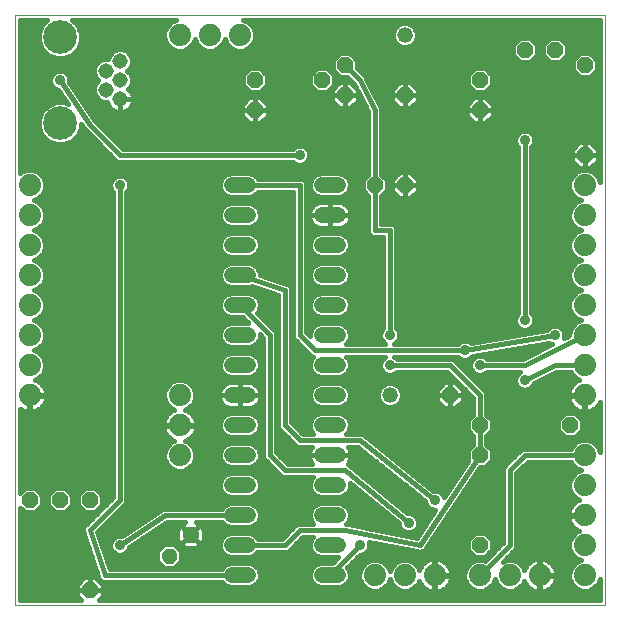
<source format=gbl>
G75*
%MOIN*%
%OFA0B0*%
%FSLAX25Y25*%
%IPPOS*%
%LPD*%
%AMOC8*
5,1,8,0,0,1.08239X$1,22.5*
%
%ADD10C,0.00000*%
%ADD11C,0.01040*%
%ADD12OC8,0.05200*%
%ADD13C,0.05200*%
%ADD14C,0.05200*%
%ADD15C,0.05150*%
%ADD16C,0.11220*%
%ADD17C,0.07400*%
%ADD18C,0.01600*%
%ADD19C,0.03562*%
D10*
X0021800Y0041800D02*
X0021800Y0238650D01*
X0218650Y0238650D01*
X0218650Y0041800D01*
X0021800Y0041800D01*
D11*
X0074823Y0058605D02*
X0075343Y0059125D01*
X0075343Y0057403D01*
X0074125Y0056185D01*
X0072403Y0056185D01*
X0071185Y0057403D01*
X0071185Y0059125D01*
X0072403Y0060343D01*
X0074125Y0060343D01*
X0075343Y0059125D01*
X0074563Y0058802D01*
X0074563Y0057726D01*
X0073802Y0056965D01*
X0072726Y0056965D01*
X0071965Y0057726D01*
X0071965Y0058802D01*
X0072726Y0059563D01*
X0073802Y0059563D01*
X0074563Y0058802D01*
X0073783Y0058479D01*
X0073783Y0058049D01*
X0073479Y0057745D01*
X0073049Y0057745D01*
X0072745Y0058049D01*
X0072745Y0058479D01*
X0073049Y0058783D01*
X0073479Y0058783D01*
X0073783Y0058479D01*
X0081895Y0065677D02*
X0082415Y0066197D01*
X0082415Y0064475D01*
X0081197Y0063257D01*
X0079475Y0063257D01*
X0078257Y0064475D01*
X0078257Y0066197D01*
X0079475Y0067415D01*
X0081197Y0067415D01*
X0082415Y0066197D01*
X0081635Y0065874D01*
X0081635Y0064798D01*
X0080874Y0064037D01*
X0079798Y0064037D01*
X0079037Y0064798D01*
X0079037Y0065874D01*
X0079798Y0066635D01*
X0080874Y0066635D01*
X0081635Y0065874D01*
X0080855Y0065551D01*
X0080855Y0065121D01*
X0080551Y0064817D01*
X0080121Y0064817D01*
X0079817Y0065121D01*
X0079817Y0065551D01*
X0080121Y0065855D01*
X0080551Y0065855D01*
X0080855Y0065551D01*
D12*
X0046800Y0076800D03*
X0036800Y0076800D03*
X0026800Y0076800D03*
X0046800Y0046800D03*
X0166800Y0111800D03*
X0176800Y0101800D03*
X0176800Y0091800D03*
X0176800Y0061800D03*
X0206800Y0101800D03*
X0151800Y0181800D03*
X0141800Y0181800D03*
X0131800Y0211800D03*
X0124300Y0216800D03*
X0131800Y0221800D03*
X0151800Y0211800D03*
X0176800Y0206800D03*
X0176800Y0216800D03*
X0191800Y0226800D03*
X0201800Y0226800D03*
X0211800Y0221800D03*
X0211800Y0191800D03*
X0101800Y0206800D03*
X0101800Y0216800D03*
D13*
X0151800Y0231800D03*
X0146800Y0111800D03*
D14*
X0129400Y0111800D02*
X0124200Y0111800D01*
X0124200Y0101800D02*
X0129400Y0101800D01*
X0129400Y0091800D02*
X0124200Y0091800D01*
X0124200Y0081800D02*
X0129400Y0081800D01*
X0129400Y0071800D02*
X0124200Y0071800D01*
X0124200Y0061800D02*
X0129400Y0061800D01*
X0129400Y0051800D02*
X0124200Y0051800D01*
X0099400Y0051800D02*
X0094200Y0051800D01*
X0094200Y0061800D02*
X0099400Y0061800D01*
X0099400Y0071800D02*
X0094200Y0071800D01*
X0094200Y0081800D02*
X0099400Y0081800D01*
X0099400Y0091800D02*
X0094200Y0091800D01*
X0094200Y0101800D02*
X0099400Y0101800D01*
X0099400Y0111800D02*
X0094200Y0111800D01*
X0094200Y0121800D02*
X0099400Y0121800D01*
X0099400Y0131800D02*
X0094200Y0131800D01*
X0094200Y0141800D02*
X0099400Y0141800D01*
X0099400Y0151800D02*
X0094200Y0151800D01*
X0094200Y0161800D02*
X0099400Y0161800D01*
X0099400Y0171800D02*
X0094200Y0171800D01*
X0094200Y0181800D02*
X0099400Y0181800D01*
X0124200Y0181800D02*
X0129400Y0181800D01*
X0129400Y0171800D02*
X0124200Y0171800D01*
X0124200Y0161800D02*
X0129400Y0161800D01*
X0129400Y0151800D02*
X0124200Y0151800D01*
X0124200Y0141800D02*
X0129400Y0141800D01*
X0129400Y0131800D02*
X0124200Y0131800D01*
X0124200Y0121800D02*
X0129400Y0121800D01*
D15*
X0056879Y0210501D03*
X0052154Y0213650D03*
X0056879Y0216800D03*
X0052154Y0219950D03*
X0056879Y0223099D03*
D16*
X0036800Y0231170D03*
X0036800Y0202430D03*
D17*
X0026800Y0181800D03*
X0026800Y0171800D03*
X0026800Y0161800D03*
X0026800Y0151800D03*
X0026800Y0141800D03*
X0026800Y0131800D03*
X0026800Y0121800D03*
X0026800Y0111800D03*
X0076800Y0111800D03*
X0076800Y0101800D03*
X0076800Y0091800D03*
X0141800Y0051800D03*
X0151800Y0051800D03*
X0161800Y0051800D03*
X0176800Y0051800D03*
X0186800Y0051800D03*
X0196800Y0051800D03*
X0211800Y0051800D03*
X0211800Y0061800D03*
X0211800Y0071800D03*
X0211800Y0081800D03*
X0211800Y0091800D03*
X0211800Y0111800D03*
X0211800Y0121800D03*
X0211800Y0131800D03*
X0211800Y0141800D03*
X0211800Y0151800D03*
X0211800Y0161800D03*
X0211800Y0171800D03*
X0211800Y0181800D03*
X0096800Y0231800D03*
X0086800Y0231800D03*
X0076800Y0231800D03*
D18*
X0079088Y0227227D02*
X0084512Y0227227D01*
X0083911Y0227476D02*
X0085786Y0226700D01*
X0087814Y0226700D01*
X0089689Y0227476D01*
X0091124Y0228911D01*
X0091800Y0230544D01*
X0092476Y0228911D01*
X0093911Y0227476D01*
X0095786Y0226700D01*
X0097814Y0226700D01*
X0099689Y0227476D01*
X0101124Y0228911D01*
X0101900Y0230786D01*
X0101900Y0232814D01*
X0101124Y0234689D01*
X0099689Y0236124D01*
X0097934Y0236850D01*
X0216850Y0236850D01*
X0216850Y0182934D01*
X0216124Y0184689D01*
X0214689Y0186124D01*
X0212814Y0186900D01*
X0210786Y0186900D01*
X0208911Y0186124D01*
X0207476Y0184689D01*
X0206700Y0182814D01*
X0206700Y0180786D01*
X0207476Y0178911D01*
X0208911Y0177476D01*
X0210544Y0176800D01*
X0208911Y0176124D01*
X0207476Y0174689D01*
X0206700Y0172814D01*
X0206700Y0170786D01*
X0207476Y0168911D01*
X0208911Y0167476D01*
X0210544Y0166800D01*
X0208911Y0166124D01*
X0207476Y0164689D01*
X0206700Y0162814D01*
X0206700Y0160786D01*
X0207476Y0158911D01*
X0208911Y0157476D01*
X0210544Y0156800D01*
X0208911Y0156124D01*
X0207476Y0154689D01*
X0206700Y0152814D01*
X0206700Y0150786D01*
X0207476Y0148911D01*
X0208911Y0147476D01*
X0210544Y0146800D01*
X0208911Y0146124D01*
X0207476Y0144689D01*
X0206700Y0142814D01*
X0206700Y0140786D01*
X0207476Y0138911D01*
X0208911Y0137476D01*
X0210544Y0136800D01*
X0208911Y0136124D01*
X0207476Y0134689D01*
X0206700Y0132814D01*
X0206700Y0131710D01*
X0204815Y0130767D01*
X0204981Y0131167D01*
X0204981Y0132433D01*
X0204497Y0133602D01*
X0203602Y0134497D01*
X0202433Y0134981D01*
X0201167Y0134981D01*
X0199998Y0134497D01*
X0199103Y0133602D01*
X0199094Y0133579D01*
X0173744Y0129354D01*
X0173602Y0129497D01*
X0172433Y0129981D01*
X0171167Y0129981D01*
X0169998Y0129497D01*
X0169501Y0129000D01*
X0148353Y0129000D01*
X0148602Y0129103D01*
X0149497Y0129998D01*
X0149981Y0131167D01*
X0149981Y0132433D01*
X0149497Y0133602D01*
X0149000Y0134099D01*
X0149000Y0167711D01*
X0147711Y0169000D01*
X0144000Y0169000D01*
X0144000Y0178343D01*
X0145800Y0180143D01*
X0145800Y0183457D01*
X0144000Y0185257D01*
X0144000Y0206443D01*
X0144175Y0206969D01*
X0144000Y0207319D01*
X0144000Y0207711D01*
X0143608Y0208103D01*
X0139000Y0217319D01*
X0139000Y0217711D01*
X0138608Y0218103D01*
X0138360Y0218599D01*
X0137988Y0218723D01*
X0135800Y0220911D01*
X0135800Y0223457D01*
X0133457Y0225800D01*
X0130143Y0225800D01*
X0127800Y0223457D01*
X0127800Y0220143D01*
X0130143Y0217800D01*
X0132689Y0217800D01*
X0134992Y0215497D01*
X0135658Y0214164D01*
X0133623Y0216200D01*
X0131800Y0216200D01*
X0131800Y0211800D01*
X0136200Y0211800D01*
X0136200Y0213081D01*
X0139600Y0206281D01*
X0139600Y0185257D01*
X0137800Y0183457D01*
X0137800Y0180143D01*
X0139600Y0178343D01*
X0139600Y0165889D01*
X0140889Y0164600D01*
X0144600Y0164600D01*
X0144600Y0134099D01*
X0144103Y0133602D01*
X0143619Y0132433D01*
X0143619Y0131167D01*
X0144103Y0129998D01*
X0144998Y0129103D01*
X0145247Y0129000D01*
X0132257Y0129000D01*
X0132791Y0129534D01*
X0133400Y0131004D01*
X0133400Y0132596D01*
X0132791Y0134066D01*
X0131666Y0135191D01*
X0130196Y0135800D01*
X0123404Y0135800D01*
X0121934Y0135191D01*
X0120809Y0134066D01*
X0120200Y0132596D01*
X0120200Y0131511D01*
X0119000Y0132711D01*
X0119000Y0182711D01*
X0117711Y0184000D01*
X0102818Y0184000D01*
X0102791Y0184066D01*
X0101666Y0185191D01*
X0100196Y0185800D01*
X0093404Y0185800D01*
X0091934Y0185191D01*
X0090809Y0184066D01*
X0090200Y0182596D01*
X0090200Y0181004D01*
X0090809Y0179534D01*
X0091934Y0178409D01*
X0093404Y0177800D01*
X0100196Y0177800D01*
X0101666Y0178409D01*
X0102791Y0179534D01*
X0102818Y0179600D01*
X0114600Y0179600D01*
X0114600Y0130889D01*
X0119600Y0125889D01*
X0120889Y0124600D01*
X0121343Y0124600D01*
X0120809Y0124066D01*
X0120200Y0122596D01*
X0120200Y0121004D01*
X0120809Y0119534D01*
X0121934Y0118409D01*
X0123404Y0117800D01*
X0130196Y0117800D01*
X0131666Y0118409D01*
X0132791Y0119534D01*
X0133400Y0121004D01*
X0133400Y0122596D01*
X0132791Y0124066D01*
X0132257Y0124600D01*
X0145247Y0124600D01*
X0144998Y0124497D01*
X0144103Y0123602D01*
X0143619Y0122433D01*
X0143619Y0121167D01*
X0144103Y0119998D01*
X0144998Y0119103D01*
X0146167Y0118619D01*
X0147433Y0118619D01*
X0148602Y0119103D01*
X0149099Y0119600D01*
X0165889Y0119600D01*
X0174600Y0110889D01*
X0174600Y0105257D01*
X0172800Y0103457D01*
X0172800Y0100143D01*
X0174600Y0098343D01*
X0174600Y0095257D01*
X0172800Y0093457D01*
X0172800Y0090143D01*
X0172951Y0089992D01*
X0164827Y0077806D01*
X0164497Y0078602D01*
X0163602Y0079497D01*
X0162433Y0079981D01*
X0161345Y0079981D01*
X0138269Y0098442D01*
X0137711Y0099000D01*
X0137572Y0099000D01*
X0137463Y0099087D01*
X0136678Y0099000D01*
X0132257Y0099000D01*
X0132791Y0099534D01*
X0133400Y0101004D01*
X0133400Y0102596D01*
X0132791Y0104066D01*
X0131666Y0105191D01*
X0130196Y0105800D01*
X0123404Y0105800D01*
X0121934Y0105191D01*
X0120809Y0104066D01*
X0120200Y0102596D01*
X0120200Y0101004D01*
X0120809Y0099534D01*
X0121343Y0099000D01*
X0117711Y0099000D01*
X0114000Y0102711D01*
X0114000Y0146443D01*
X0114175Y0146969D01*
X0114000Y0147319D01*
X0114000Y0147711D01*
X0113608Y0148103D01*
X0113360Y0148599D01*
X0112988Y0148723D01*
X0112711Y0149000D01*
X0112157Y0149000D01*
X0103400Y0151919D01*
X0103400Y0152596D01*
X0102791Y0154066D01*
X0101666Y0155191D01*
X0100196Y0155800D01*
X0093404Y0155800D01*
X0091934Y0155191D01*
X0090809Y0154066D01*
X0090200Y0152596D01*
X0090200Y0151004D01*
X0090809Y0149534D01*
X0091934Y0148409D01*
X0093404Y0147800D01*
X0100196Y0147800D01*
X0100930Y0148104D01*
X0109600Y0145214D01*
X0109600Y0100889D01*
X0110889Y0099600D01*
X0115889Y0094600D01*
X0120796Y0094600D01*
X0120437Y0094106D01*
X0120122Y0093489D01*
X0119908Y0092830D01*
X0119800Y0092146D01*
X0119800Y0091800D01*
X0126800Y0091800D01*
X0133800Y0091800D01*
X0133800Y0092146D01*
X0133692Y0092830D01*
X0133478Y0093489D01*
X0133163Y0094106D01*
X0132804Y0094600D01*
X0136028Y0094600D01*
X0158619Y0076527D01*
X0158619Y0076167D01*
X0159103Y0074998D01*
X0159998Y0074103D01*
X0161167Y0073619D01*
X0162035Y0073619D01*
X0155787Y0064246D01*
X0132885Y0068827D01*
X0132711Y0069000D01*
X0132257Y0069000D01*
X0132791Y0069534D01*
X0133400Y0071004D01*
X0133400Y0072596D01*
X0132791Y0074066D01*
X0131666Y0075191D01*
X0130196Y0075800D01*
X0123404Y0075800D01*
X0121934Y0075191D01*
X0120809Y0074066D01*
X0120200Y0072596D01*
X0120200Y0071004D01*
X0120809Y0069534D01*
X0121343Y0069000D01*
X0115889Y0069000D01*
X0114600Y0067711D01*
X0110889Y0064000D01*
X0102818Y0064000D01*
X0102791Y0064066D01*
X0101666Y0065191D01*
X0100196Y0065800D01*
X0093404Y0065800D01*
X0091934Y0065191D01*
X0090809Y0064066D01*
X0090200Y0062596D01*
X0090200Y0061004D01*
X0090809Y0059534D01*
X0091934Y0058409D01*
X0093404Y0057800D01*
X0100196Y0057800D01*
X0101666Y0058409D01*
X0102791Y0059534D01*
X0102818Y0059600D01*
X0112711Y0059600D01*
X0117711Y0064600D01*
X0121343Y0064600D01*
X0120809Y0064066D01*
X0120200Y0062596D01*
X0120200Y0061004D01*
X0120809Y0059534D01*
X0121934Y0058409D01*
X0123404Y0057800D01*
X0129689Y0057800D01*
X0127689Y0055800D01*
X0123404Y0055800D01*
X0121934Y0055191D01*
X0120809Y0054066D01*
X0120200Y0052596D01*
X0120200Y0051004D01*
X0120809Y0049534D01*
X0121934Y0048409D01*
X0123404Y0047800D01*
X0130196Y0047800D01*
X0131666Y0048409D01*
X0132791Y0049534D01*
X0133400Y0051004D01*
X0133400Y0052596D01*
X0132791Y0054066D01*
X0132484Y0054373D01*
X0136730Y0058619D01*
X0137433Y0058619D01*
X0138602Y0059103D01*
X0139497Y0059998D01*
X0139981Y0061167D01*
X0139981Y0062433D01*
X0139761Y0062964D01*
X0155942Y0059728D01*
X0156338Y0059464D01*
X0156800Y0059556D01*
X0157262Y0059464D01*
X0157658Y0059728D01*
X0158125Y0059821D01*
X0158386Y0060214D01*
X0158779Y0060475D01*
X0158872Y0060942D01*
X0176777Y0087800D01*
X0178457Y0087800D01*
X0180800Y0090143D01*
X0180800Y0093457D01*
X0179000Y0095257D01*
X0179000Y0098343D01*
X0180800Y0100143D01*
X0180800Y0103457D01*
X0179000Y0105257D01*
X0179000Y0112711D01*
X0177711Y0114000D01*
X0167711Y0124000D01*
X0149099Y0124000D01*
X0148602Y0124497D01*
X0148353Y0124600D01*
X0169501Y0124600D01*
X0169998Y0124103D01*
X0171167Y0123619D01*
X0172433Y0123619D01*
X0173602Y0124103D01*
X0174497Y0124998D01*
X0174506Y0125021D01*
X0199856Y0129246D01*
X0199998Y0129103D01*
X0200812Y0128766D01*
X0191281Y0124000D01*
X0179099Y0124000D01*
X0178602Y0124497D01*
X0177433Y0124981D01*
X0176167Y0124981D01*
X0174998Y0124497D01*
X0174103Y0123602D01*
X0173619Y0122433D01*
X0173619Y0121167D01*
X0174103Y0119998D01*
X0174998Y0119103D01*
X0176167Y0118619D01*
X0177433Y0118619D01*
X0178602Y0119103D01*
X0179099Y0119600D01*
X0190247Y0119600D01*
X0189998Y0119497D01*
X0189103Y0118602D01*
X0188619Y0117433D01*
X0188619Y0116167D01*
X0189103Y0114998D01*
X0189998Y0114103D01*
X0191167Y0113619D01*
X0192433Y0113619D01*
X0193602Y0114103D01*
X0194497Y0114998D01*
X0194858Y0115869D01*
X0202319Y0119600D01*
X0207191Y0119600D01*
X0207476Y0118911D01*
X0208911Y0117476D01*
X0210037Y0117010D01*
X0209689Y0116897D01*
X0208917Y0116504D01*
X0208217Y0115995D01*
X0207605Y0115383D01*
X0207096Y0114683D01*
X0206703Y0113911D01*
X0206435Y0113088D01*
X0206300Y0112233D01*
X0206300Y0112000D01*
X0211600Y0112000D01*
X0211600Y0111600D01*
X0212000Y0111600D01*
X0212000Y0106300D01*
X0212233Y0106300D01*
X0213088Y0106435D01*
X0213911Y0106703D01*
X0214683Y0107096D01*
X0215383Y0107605D01*
X0215995Y0108217D01*
X0216504Y0108917D01*
X0216850Y0109597D01*
X0216850Y0092934D01*
X0216124Y0094689D01*
X0214689Y0096124D01*
X0212814Y0096900D01*
X0210786Y0096900D01*
X0208911Y0096124D01*
X0207476Y0094689D01*
X0207191Y0094000D01*
X0190889Y0094000D01*
X0189600Y0092711D01*
X0184600Y0087711D01*
X0184600Y0062711D01*
X0178503Y0056615D01*
X0177814Y0056900D01*
X0175786Y0056900D01*
X0173911Y0056124D01*
X0172476Y0054689D01*
X0171700Y0052814D01*
X0171700Y0050786D01*
X0172476Y0048911D01*
X0173911Y0047476D01*
X0175786Y0046700D01*
X0177814Y0046700D01*
X0179689Y0047476D01*
X0181124Y0048911D01*
X0181800Y0050544D01*
X0182476Y0048911D01*
X0183911Y0047476D01*
X0185786Y0046700D01*
X0187814Y0046700D01*
X0189689Y0047476D01*
X0191124Y0048911D01*
X0191590Y0050037D01*
X0191703Y0049689D01*
X0192096Y0048917D01*
X0192605Y0048217D01*
X0193217Y0047605D01*
X0193917Y0047096D01*
X0194689Y0046703D01*
X0195512Y0046435D01*
X0196367Y0046300D01*
X0196600Y0046300D01*
X0196600Y0051600D01*
X0197000Y0051600D01*
X0197000Y0052000D01*
X0196600Y0052000D01*
X0196600Y0057300D01*
X0196367Y0057300D01*
X0195512Y0057165D01*
X0194689Y0056897D01*
X0193917Y0056504D01*
X0193217Y0055995D01*
X0192605Y0055383D01*
X0192096Y0054683D01*
X0191703Y0053911D01*
X0191590Y0053563D01*
X0191124Y0054689D01*
X0189689Y0056124D01*
X0187814Y0056900D01*
X0185786Y0056900D01*
X0184464Y0056352D01*
X0187711Y0059600D01*
X0189000Y0060889D01*
X0189000Y0085889D01*
X0192711Y0089600D01*
X0207191Y0089600D01*
X0207476Y0088911D01*
X0208911Y0087476D01*
X0210544Y0086800D01*
X0208911Y0086124D01*
X0207476Y0084689D01*
X0206700Y0082814D01*
X0206700Y0080786D01*
X0207476Y0078911D01*
X0208911Y0077476D01*
X0210037Y0077010D01*
X0209689Y0076897D01*
X0208917Y0076504D01*
X0208217Y0075995D01*
X0207605Y0075383D01*
X0207096Y0074683D01*
X0206703Y0073911D01*
X0206435Y0073088D01*
X0206300Y0072233D01*
X0206300Y0072000D01*
X0211600Y0072000D01*
X0211600Y0071600D01*
X0206300Y0071600D01*
X0206300Y0071367D01*
X0206435Y0070512D01*
X0206703Y0069689D01*
X0207096Y0068917D01*
X0207605Y0068217D01*
X0208217Y0067605D01*
X0208917Y0067096D01*
X0209689Y0066703D01*
X0210037Y0066590D01*
X0208911Y0066124D01*
X0207476Y0064689D01*
X0206700Y0062814D01*
X0206700Y0060786D01*
X0207476Y0058911D01*
X0208911Y0057476D01*
X0210544Y0056800D01*
X0208911Y0056124D01*
X0207476Y0054689D01*
X0206700Y0052814D01*
X0206700Y0050786D01*
X0207476Y0048911D01*
X0208911Y0047476D01*
X0210786Y0046700D01*
X0212814Y0046700D01*
X0214689Y0047476D01*
X0216124Y0048911D01*
X0216850Y0050666D01*
X0216850Y0043600D01*
X0049823Y0043600D01*
X0051200Y0044977D01*
X0051200Y0046800D01*
X0051200Y0048623D01*
X0048623Y0051200D01*
X0046800Y0051200D01*
X0046800Y0046800D01*
X0046800Y0046800D01*
X0051200Y0046800D01*
X0046800Y0046800D01*
X0046800Y0046800D01*
X0046800Y0046800D01*
X0042400Y0046800D01*
X0042400Y0048623D01*
X0044977Y0051200D01*
X0046800Y0051200D01*
X0046800Y0046800D01*
X0042400Y0046800D01*
X0042400Y0044977D01*
X0043777Y0043600D01*
X0023600Y0043600D01*
X0023600Y0074343D01*
X0025143Y0072800D01*
X0028457Y0072800D01*
X0030800Y0075143D01*
X0030800Y0078457D01*
X0028457Y0080800D01*
X0025143Y0080800D01*
X0023600Y0079257D01*
X0023600Y0107327D01*
X0023917Y0107096D01*
X0024689Y0106703D01*
X0025512Y0106435D01*
X0026367Y0106300D01*
X0026600Y0106300D01*
X0026600Y0111600D01*
X0027000Y0111600D01*
X0027000Y0112000D01*
X0032300Y0112000D01*
X0032300Y0112233D01*
X0032165Y0113088D01*
X0031897Y0113911D01*
X0031504Y0114683D01*
X0030995Y0115383D01*
X0030383Y0115995D01*
X0029683Y0116504D01*
X0028911Y0116897D01*
X0028563Y0117010D01*
X0029689Y0117476D01*
X0031124Y0118911D01*
X0031900Y0120786D01*
X0031900Y0122814D01*
X0031124Y0124689D01*
X0029689Y0126124D01*
X0028056Y0126800D01*
X0029689Y0127476D01*
X0031124Y0128911D01*
X0031900Y0130786D01*
X0031900Y0132814D01*
X0031124Y0134689D01*
X0029689Y0136124D01*
X0028056Y0136800D01*
X0029689Y0137476D01*
X0031124Y0138911D01*
X0031900Y0140786D01*
X0031900Y0142814D01*
X0031124Y0144689D01*
X0029689Y0146124D01*
X0028056Y0146800D01*
X0029689Y0147476D01*
X0031124Y0148911D01*
X0031900Y0150786D01*
X0031900Y0152814D01*
X0031124Y0154689D01*
X0029689Y0156124D01*
X0028056Y0156800D01*
X0029689Y0157476D01*
X0031124Y0158911D01*
X0031900Y0160786D01*
X0031900Y0162814D01*
X0031124Y0164689D01*
X0029689Y0166124D01*
X0028056Y0166800D01*
X0029689Y0167476D01*
X0031124Y0168911D01*
X0031900Y0170786D01*
X0031900Y0172814D01*
X0031124Y0174689D01*
X0029689Y0176124D01*
X0028056Y0176800D01*
X0029689Y0177476D01*
X0031124Y0178911D01*
X0031900Y0180786D01*
X0031900Y0182814D01*
X0031124Y0184689D01*
X0029689Y0186124D01*
X0027814Y0186900D01*
X0025786Y0186900D01*
X0023911Y0186124D01*
X0023600Y0185812D01*
X0023600Y0236850D01*
X0032566Y0236850D01*
X0030857Y0235141D01*
X0029790Y0232564D01*
X0029790Y0229776D01*
X0030857Y0227199D01*
X0032829Y0225227D01*
X0035406Y0224160D01*
X0038194Y0224160D01*
X0040771Y0225227D01*
X0042743Y0227199D01*
X0043810Y0229776D01*
X0043810Y0232564D01*
X0042743Y0235141D01*
X0041034Y0236850D01*
X0075666Y0236850D01*
X0073911Y0236124D01*
X0072476Y0234689D01*
X0071700Y0232814D01*
X0071700Y0230786D01*
X0072476Y0228911D01*
X0073911Y0227476D01*
X0075786Y0226700D01*
X0077814Y0226700D01*
X0079689Y0227476D01*
X0081124Y0228911D01*
X0081800Y0230544D01*
X0082476Y0228911D01*
X0083911Y0227476D01*
X0082562Y0228826D02*
X0081038Y0228826D01*
X0081750Y0230424D02*
X0081850Y0230424D01*
X0075589Y0236818D02*
X0041066Y0236818D01*
X0042664Y0235220D02*
X0073007Y0235220D01*
X0072034Y0233621D02*
X0043372Y0233621D01*
X0043810Y0232023D02*
X0071700Y0232023D01*
X0071850Y0230424D02*
X0043810Y0230424D01*
X0043417Y0228826D02*
X0072562Y0228826D01*
X0074512Y0227227D02*
X0042755Y0227227D01*
X0041173Y0225629D02*
X0053787Y0225629D01*
X0053509Y0225351D02*
X0054627Y0226469D01*
X0056088Y0227074D01*
X0057669Y0227074D01*
X0059130Y0226469D01*
X0060248Y0225351D01*
X0060854Y0223890D01*
X0060854Y0222309D01*
X0060248Y0220848D01*
X0059350Y0219950D01*
X0060248Y0219052D01*
X0060854Y0217591D01*
X0060854Y0216009D01*
X0060248Y0214548D01*
X0059618Y0213918D01*
X0059729Y0213838D01*
X0060216Y0213351D01*
X0060620Y0212794D01*
X0060933Y0212180D01*
X0061146Y0211525D01*
X0061254Y0210845D01*
X0061254Y0210501D01*
X0056879Y0210501D01*
X0056879Y0210501D01*
X0061254Y0210501D01*
X0061254Y0210156D01*
X0061146Y0209476D01*
X0060933Y0208821D01*
X0060620Y0208208D01*
X0060216Y0207651D01*
X0059729Y0207164D01*
X0059172Y0206759D01*
X0058558Y0206446D01*
X0057903Y0206234D01*
X0057223Y0206126D01*
X0056879Y0206126D01*
X0056879Y0210501D01*
X0056879Y0210501D01*
X0056879Y0206126D01*
X0056534Y0206126D01*
X0055854Y0206234D01*
X0055199Y0206446D01*
X0054586Y0206759D01*
X0054029Y0207164D01*
X0053542Y0207651D01*
X0053137Y0208208D01*
X0052824Y0208821D01*
X0052612Y0209476D01*
X0052580Y0209676D01*
X0051364Y0209676D01*
X0049903Y0210281D01*
X0048785Y0211399D01*
X0048180Y0212860D01*
X0048180Y0214441D01*
X0048785Y0215902D01*
X0049683Y0216800D01*
X0048785Y0217698D01*
X0048180Y0219159D01*
X0048180Y0220740D01*
X0048785Y0222201D01*
X0049903Y0223319D01*
X0051364Y0223924D01*
X0052918Y0223924D01*
X0053509Y0225351D01*
X0052962Y0224030D02*
X0023600Y0224030D01*
X0023600Y0222432D02*
X0049015Y0222432D01*
X0048218Y0220833D02*
X0023600Y0220833D01*
X0023600Y0219235D02*
X0034736Y0219235D01*
X0034998Y0219497D02*
X0034103Y0218602D01*
X0033619Y0217433D01*
X0033619Y0216167D01*
X0034103Y0214998D01*
X0034998Y0214103D01*
X0036167Y0213619D01*
X0036277Y0213619D01*
X0039394Y0208943D01*
X0038194Y0209440D01*
X0035406Y0209440D01*
X0032829Y0208373D01*
X0030857Y0206401D01*
X0029790Y0203824D01*
X0029790Y0201035D01*
X0030857Y0198459D01*
X0032829Y0196487D01*
X0035406Y0195420D01*
X0038194Y0195420D01*
X0040771Y0196487D01*
X0042743Y0198459D01*
X0043810Y0201035D01*
X0043810Y0202319D01*
X0044600Y0201134D01*
X0044600Y0200889D01*
X0045090Y0200398D01*
X0045475Y0199821D01*
X0045715Y0199773D01*
X0054600Y0190889D01*
X0054600Y0190889D01*
X0055889Y0189600D01*
X0114501Y0189600D01*
X0114998Y0189103D01*
X0116167Y0188619D01*
X0117433Y0188619D01*
X0118602Y0189103D01*
X0119497Y0189998D01*
X0119981Y0191167D01*
X0119981Y0192433D01*
X0119497Y0193602D01*
X0118602Y0194497D01*
X0117433Y0194981D01*
X0116167Y0194981D01*
X0114998Y0194497D01*
X0114501Y0194000D01*
X0057711Y0194000D01*
X0048510Y0203202D01*
X0039937Y0216061D01*
X0039981Y0216167D01*
X0039981Y0217433D01*
X0039497Y0218602D01*
X0038602Y0219497D01*
X0037433Y0219981D01*
X0036167Y0219981D01*
X0034998Y0219497D01*
X0033703Y0217636D02*
X0023600Y0217636D01*
X0023600Y0216038D02*
X0033673Y0216038D01*
X0034662Y0214439D02*
X0023600Y0214439D01*
X0023600Y0212841D02*
X0036795Y0212841D01*
X0037861Y0211242D02*
X0023600Y0211242D01*
X0023600Y0209644D02*
X0038927Y0209644D01*
X0042084Y0212841D02*
X0048187Y0212841D01*
X0048180Y0214439D02*
X0041018Y0214439D01*
X0039952Y0216038D02*
X0048920Y0216038D01*
X0048846Y0217636D02*
X0039897Y0217636D01*
X0038864Y0219235D02*
X0048180Y0219235D01*
X0048941Y0211242D02*
X0043149Y0211242D01*
X0044215Y0209644D02*
X0052585Y0209644D01*
X0053255Y0208045D02*
X0045281Y0208045D01*
X0046346Y0206447D02*
X0055199Y0206447D01*
X0056879Y0206447D02*
X0056879Y0206447D01*
X0056879Y0208045D02*
X0056879Y0208045D01*
X0056879Y0209644D02*
X0056879Y0209644D01*
X0058558Y0206447D02*
X0097400Y0206447D01*
X0097400Y0206800D02*
X0097400Y0204977D01*
X0099977Y0202400D01*
X0101800Y0202400D01*
X0103623Y0202400D01*
X0106200Y0204977D01*
X0106200Y0206800D01*
X0106200Y0208623D01*
X0103623Y0211200D01*
X0101800Y0211200D01*
X0101800Y0206800D01*
X0101800Y0206800D01*
X0106200Y0206800D01*
X0101800Y0206800D01*
X0101800Y0206800D01*
X0101800Y0206800D01*
X0097400Y0206800D01*
X0097400Y0208623D01*
X0099977Y0211200D01*
X0101800Y0211200D01*
X0101800Y0206800D01*
X0101800Y0202400D01*
X0101800Y0206800D01*
X0101800Y0206800D01*
X0097400Y0206800D01*
X0097400Y0208045D02*
X0060502Y0208045D01*
X0061172Y0209644D02*
X0098421Y0209644D01*
X0101800Y0209644D02*
X0101800Y0209644D01*
X0101800Y0208045D02*
X0101800Y0208045D01*
X0101800Y0206447D02*
X0101800Y0206447D01*
X0101800Y0204848D02*
X0101800Y0204848D01*
X0101800Y0203250D02*
X0101800Y0203250D01*
X0104472Y0203250D02*
X0139600Y0203250D01*
X0139600Y0204848D02*
X0106071Y0204848D01*
X0106200Y0206447D02*
X0139517Y0206447D01*
X0138718Y0208045D02*
X0134268Y0208045D01*
X0133623Y0207400D02*
X0136200Y0209977D01*
X0136200Y0211800D01*
X0131800Y0211800D01*
X0131800Y0211800D01*
X0131800Y0211800D01*
X0131800Y0207400D01*
X0133623Y0207400D01*
X0131800Y0207400D02*
X0131800Y0211800D01*
X0131800Y0211800D01*
X0131800Y0211800D01*
X0127400Y0211800D01*
X0127400Y0213623D01*
X0129977Y0216200D01*
X0131800Y0216200D01*
X0131800Y0211800D01*
X0127400Y0211800D01*
X0127400Y0209977D01*
X0129977Y0207400D01*
X0131800Y0207400D01*
X0131800Y0208045D02*
X0131800Y0208045D01*
X0131800Y0209644D02*
X0131800Y0209644D01*
X0131800Y0211242D02*
X0131800Y0211242D01*
X0131800Y0212841D02*
X0131800Y0212841D01*
X0131800Y0214439D02*
X0131800Y0214439D01*
X0131800Y0216038D02*
X0131800Y0216038D01*
X0132852Y0217636D02*
X0128300Y0217636D01*
X0128300Y0218457D02*
X0125957Y0220800D01*
X0122643Y0220800D01*
X0120300Y0218457D01*
X0120300Y0215143D01*
X0122643Y0212800D01*
X0125957Y0212800D01*
X0128300Y0215143D01*
X0128300Y0218457D01*
X0128708Y0219235D02*
X0127522Y0219235D01*
X0127800Y0220833D02*
X0060234Y0220833D01*
X0060065Y0219235D02*
X0098578Y0219235D01*
X0097800Y0218457D02*
X0097800Y0215143D01*
X0100143Y0212800D01*
X0103457Y0212800D01*
X0105800Y0215143D01*
X0105800Y0218457D01*
X0103457Y0220800D01*
X0100143Y0220800D01*
X0097800Y0218457D01*
X0097800Y0217636D02*
X0060835Y0217636D01*
X0060854Y0216038D02*
X0097800Y0216038D01*
X0098504Y0214439D02*
X0060139Y0214439D01*
X0060586Y0212841D02*
X0100102Y0212841D01*
X0103498Y0212841D02*
X0122602Y0212841D01*
X0121004Y0214439D02*
X0105096Y0214439D01*
X0105800Y0216038D02*
X0120300Y0216038D01*
X0120300Y0217636D02*
X0105800Y0217636D01*
X0105022Y0219235D02*
X0121078Y0219235D01*
X0125998Y0212841D02*
X0127400Y0212841D01*
X0127400Y0211242D02*
X0061191Y0211242D01*
X0051659Y0200053D02*
X0139600Y0200053D01*
X0139600Y0201651D02*
X0050060Y0201651D01*
X0048478Y0203250D02*
X0099128Y0203250D01*
X0097529Y0204848D02*
X0047412Y0204848D01*
X0046800Y0201800D02*
X0056800Y0191800D01*
X0116800Y0191800D01*
X0115578Y0188863D02*
X0023600Y0188863D01*
X0023600Y0187265D02*
X0139600Y0187265D01*
X0139600Y0188863D02*
X0118022Y0188863D01*
X0119689Y0190462D02*
X0139600Y0190462D01*
X0139600Y0192060D02*
X0119981Y0192060D01*
X0119440Y0193659D02*
X0139600Y0193659D01*
X0139600Y0195257D02*
X0056454Y0195257D01*
X0054856Y0196856D02*
X0139600Y0196856D01*
X0139600Y0198454D02*
X0053257Y0198454D01*
X0050232Y0195257D02*
X0023600Y0195257D01*
X0023600Y0193659D02*
X0051830Y0193659D01*
X0053429Y0192060D02*
X0023600Y0192060D01*
X0023600Y0190462D02*
X0055027Y0190462D01*
X0056167Y0184981D02*
X0054998Y0184497D01*
X0054103Y0183602D01*
X0053619Y0182433D01*
X0053619Y0181167D01*
X0054103Y0179998D01*
X0054600Y0179501D01*
X0054600Y0077711D01*
X0045612Y0068723D01*
X0045240Y0068599D01*
X0044992Y0068103D01*
X0044600Y0067711D01*
X0044600Y0067319D01*
X0044425Y0066969D01*
X0044600Y0066443D01*
X0044600Y0065889D01*
X0044877Y0065612D01*
X0049600Y0051443D01*
X0049600Y0050889D01*
X0049877Y0050612D01*
X0050001Y0050240D01*
X0050497Y0049992D01*
X0050889Y0049600D01*
X0051281Y0049600D01*
X0051631Y0049425D01*
X0052157Y0049600D01*
X0090782Y0049600D01*
X0090809Y0049534D01*
X0091934Y0048409D01*
X0093404Y0047800D01*
X0100196Y0047800D01*
X0101666Y0048409D01*
X0102791Y0049534D01*
X0103400Y0051004D01*
X0103400Y0052596D01*
X0102791Y0054066D01*
X0101666Y0055191D01*
X0100196Y0055800D01*
X0093404Y0055800D01*
X0091934Y0055191D01*
X0090809Y0054066D01*
X0090782Y0054000D01*
X0053386Y0054000D01*
X0049317Y0066206D01*
X0059000Y0075889D01*
X0059000Y0179501D01*
X0059497Y0179998D01*
X0059981Y0181167D01*
X0059981Y0182433D01*
X0059497Y0183602D01*
X0058602Y0184497D01*
X0057433Y0184981D01*
X0056167Y0184981D01*
X0054569Y0184068D02*
X0031381Y0184068D01*
X0031900Y0182469D02*
X0053634Y0182469D01*
X0053742Y0180870D02*
X0031900Y0180870D01*
X0031273Y0179272D02*
X0054600Y0179272D01*
X0054600Y0177673D02*
X0029886Y0177673D01*
X0029738Y0176075D02*
X0054600Y0176075D01*
X0054600Y0174476D02*
X0031212Y0174476D01*
X0031874Y0172878D02*
X0054600Y0172878D01*
X0054600Y0171279D02*
X0031900Y0171279D01*
X0031442Y0169681D02*
X0054600Y0169681D01*
X0054600Y0168082D02*
X0030295Y0168082D01*
X0028819Y0166484D02*
X0054600Y0166484D01*
X0054600Y0164885D02*
X0030927Y0164885D01*
X0031704Y0163287D02*
X0054600Y0163287D01*
X0054600Y0161688D02*
X0031900Y0161688D01*
X0031612Y0160090D02*
X0054600Y0160090D01*
X0054600Y0158491D02*
X0030704Y0158491D01*
X0028280Y0156893D02*
X0054600Y0156893D01*
X0054600Y0155294D02*
X0030518Y0155294D01*
X0031535Y0153696D02*
X0054600Y0153696D01*
X0054600Y0152097D02*
X0031900Y0152097D01*
X0031781Y0150499D02*
X0054600Y0150499D01*
X0054600Y0148900D02*
X0031113Y0148900D01*
X0029267Y0147302D02*
X0054600Y0147302D01*
X0054600Y0145703D02*
X0030109Y0145703D01*
X0031366Y0144105D02*
X0054600Y0144105D01*
X0054600Y0142506D02*
X0031900Y0142506D01*
X0031900Y0140908D02*
X0054600Y0140908D01*
X0054600Y0139309D02*
X0031288Y0139309D01*
X0029923Y0137711D02*
X0054600Y0137711D01*
X0054600Y0136112D02*
X0029700Y0136112D01*
X0031196Y0134514D02*
X0054600Y0134514D01*
X0054600Y0132915D02*
X0031858Y0132915D01*
X0031900Y0131317D02*
X0054600Y0131317D01*
X0054600Y0129718D02*
X0031458Y0129718D01*
X0030332Y0128120D02*
X0054600Y0128120D01*
X0054600Y0126521D02*
X0028729Y0126521D01*
X0030890Y0124923D02*
X0054600Y0124923D01*
X0054600Y0123324D02*
X0031689Y0123324D01*
X0031900Y0121726D02*
X0054600Y0121726D01*
X0054600Y0120127D02*
X0031627Y0120127D01*
X0030741Y0118529D02*
X0054600Y0118529D01*
X0054600Y0116930D02*
X0028810Y0116930D01*
X0031033Y0115332D02*
X0054600Y0115332D01*
X0054600Y0113733D02*
X0031955Y0113733D01*
X0032300Y0112134D02*
X0054600Y0112134D01*
X0054600Y0110536D02*
X0032168Y0110536D01*
X0032165Y0110512D02*
X0032300Y0111367D01*
X0032300Y0111600D01*
X0027000Y0111600D01*
X0027000Y0106300D01*
X0027233Y0106300D01*
X0028088Y0106435D01*
X0028911Y0106703D01*
X0029683Y0107096D01*
X0030383Y0107605D01*
X0030995Y0108217D01*
X0031504Y0108917D01*
X0031897Y0109689D01*
X0032165Y0110512D01*
X0031514Y0108937D02*
X0054600Y0108937D01*
X0054600Y0107339D02*
X0030017Y0107339D01*
X0027000Y0107339D02*
X0026600Y0107339D01*
X0026600Y0108937D02*
X0027000Y0108937D01*
X0027000Y0110536D02*
X0026600Y0110536D01*
X0023600Y0105740D02*
X0054600Y0105740D01*
X0054600Y0104142D02*
X0023600Y0104142D01*
X0023600Y0102543D02*
X0054600Y0102543D01*
X0054600Y0100945D02*
X0023600Y0100945D01*
X0023600Y0099346D02*
X0054600Y0099346D01*
X0054600Y0097748D02*
X0023600Y0097748D01*
X0023600Y0096149D02*
X0054600Y0096149D01*
X0054600Y0094551D02*
X0023600Y0094551D01*
X0023600Y0092952D02*
X0054600Y0092952D01*
X0054600Y0091354D02*
X0023600Y0091354D01*
X0023600Y0089755D02*
X0054600Y0089755D01*
X0054600Y0088157D02*
X0023600Y0088157D01*
X0023600Y0086558D02*
X0054600Y0086558D01*
X0054600Y0084960D02*
X0023600Y0084960D01*
X0023600Y0083361D02*
X0054600Y0083361D01*
X0054600Y0081763D02*
X0023600Y0081763D01*
X0023600Y0080164D02*
X0024507Y0080164D01*
X0029093Y0080164D02*
X0034507Y0080164D01*
X0035143Y0080800D02*
X0032800Y0078457D01*
X0032800Y0075143D01*
X0035143Y0072800D01*
X0038457Y0072800D01*
X0040800Y0075143D01*
X0040800Y0078457D01*
X0038457Y0080800D01*
X0035143Y0080800D01*
X0032909Y0078566D02*
X0030691Y0078566D01*
X0030800Y0076967D02*
X0032800Y0076967D01*
X0032800Y0075369D02*
X0030800Y0075369D01*
X0029427Y0073770D02*
X0034173Y0073770D01*
X0039427Y0073770D02*
X0044173Y0073770D01*
X0045143Y0072800D02*
X0048457Y0072800D01*
X0050800Y0075143D01*
X0050800Y0078457D01*
X0048457Y0080800D01*
X0045143Y0080800D01*
X0042800Y0078457D01*
X0042800Y0075143D01*
X0045143Y0072800D01*
X0047462Y0070573D02*
X0023600Y0070573D01*
X0023600Y0068975D02*
X0045863Y0068975D01*
X0044600Y0067376D02*
X0023600Y0067376D01*
X0023600Y0065778D02*
X0044711Y0065778D01*
X0045355Y0064179D02*
X0023600Y0064179D01*
X0023600Y0062581D02*
X0045887Y0062581D01*
X0046420Y0060982D02*
X0023600Y0060982D01*
X0023600Y0059384D02*
X0046953Y0059384D01*
X0047486Y0057785D02*
X0023600Y0057785D01*
X0023600Y0056187D02*
X0048019Y0056187D01*
X0048552Y0054588D02*
X0023600Y0054588D01*
X0023600Y0052990D02*
X0049084Y0052990D01*
X0049600Y0051391D02*
X0023600Y0051391D01*
X0023600Y0049793D02*
X0043570Y0049793D01*
X0042400Y0048194D02*
X0023600Y0048194D01*
X0023600Y0046596D02*
X0042400Y0046596D01*
X0042400Y0044997D02*
X0023600Y0044997D01*
X0046800Y0048194D02*
X0046800Y0048194D01*
X0046800Y0049793D02*
X0046800Y0049793D01*
X0050030Y0049793D02*
X0050696Y0049793D01*
X0051200Y0048194D02*
X0092453Y0048194D01*
X0096800Y0051800D02*
X0051800Y0051800D01*
X0046800Y0066800D01*
X0056800Y0076800D01*
X0056800Y0181800D01*
X0059031Y0184068D02*
X0090811Y0184068D01*
X0090200Y0182469D02*
X0059966Y0182469D01*
X0059858Y0180870D02*
X0090255Y0180870D01*
X0091071Y0179272D02*
X0059000Y0179272D01*
X0059000Y0177673D02*
X0114600Y0177673D01*
X0114600Y0176075D02*
X0059000Y0176075D01*
X0059000Y0174476D02*
X0091220Y0174476D01*
X0090809Y0174066D02*
X0091934Y0175191D01*
X0093404Y0175800D01*
X0100196Y0175800D01*
X0101666Y0175191D01*
X0102791Y0174066D01*
X0103400Y0172596D01*
X0103400Y0171004D01*
X0102791Y0169534D01*
X0101666Y0168409D01*
X0100196Y0167800D01*
X0093404Y0167800D01*
X0091934Y0168409D01*
X0090809Y0169534D01*
X0090200Y0171004D01*
X0090200Y0172596D01*
X0090809Y0174066D01*
X0090317Y0172878D02*
X0059000Y0172878D01*
X0059000Y0171279D02*
X0090200Y0171279D01*
X0090748Y0169681D02*
X0059000Y0169681D01*
X0059000Y0168082D02*
X0092723Y0168082D01*
X0093404Y0165800D02*
X0091934Y0165191D01*
X0090809Y0164066D01*
X0090200Y0162596D01*
X0090200Y0161004D01*
X0090809Y0159534D01*
X0091934Y0158409D01*
X0093404Y0157800D01*
X0100196Y0157800D01*
X0101666Y0158409D01*
X0102791Y0159534D01*
X0103400Y0161004D01*
X0103400Y0162596D01*
X0102791Y0164066D01*
X0101666Y0165191D01*
X0100196Y0165800D01*
X0093404Y0165800D01*
X0091629Y0164885D02*
X0059000Y0164885D01*
X0059000Y0163287D02*
X0090486Y0163287D01*
X0090200Y0161688D02*
X0059000Y0161688D01*
X0059000Y0160090D02*
X0090579Y0160090D01*
X0091852Y0158491D02*
X0059000Y0158491D01*
X0059000Y0156893D02*
X0114600Y0156893D01*
X0114600Y0158491D02*
X0101748Y0158491D01*
X0103021Y0160090D02*
X0114600Y0160090D01*
X0114600Y0161688D02*
X0103400Y0161688D01*
X0103114Y0163287D02*
X0114600Y0163287D01*
X0114600Y0164885D02*
X0101971Y0164885D01*
X0100877Y0168082D02*
X0114600Y0168082D01*
X0114600Y0166484D02*
X0059000Y0166484D01*
X0059000Y0155294D02*
X0092184Y0155294D01*
X0090656Y0153696D02*
X0059000Y0153696D01*
X0059000Y0152097D02*
X0090200Y0152097D01*
X0090409Y0150499D02*
X0059000Y0150499D01*
X0059000Y0148900D02*
X0091443Y0148900D01*
X0093171Y0145703D02*
X0059000Y0145703D01*
X0059000Y0144105D02*
X0090848Y0144105D01*
X0090809Y0144066D02*
X0090200Y0142596D01*
X0090200Y0141004D01*
X0090809Y0139534D01*
X0091934Y0138409D01*
X0093404Y0137800D01*
X0097689Y0137800D01*
X0099689Y0135800D01*
X0093404Y0135800D01*
X0091934Y0135191D01*
X0090809Y0134066D01*
X0090200Y0132596D01*
X0090200Y0131004D01*
X0090809Y0129534D01*
X0091934Y0128409D01*
X0093404Y0127800D01*
X0100196Y0127800D01*
X0101666Y0128409D01*
X0102791Y0129534D01*
X0103400Y0131004D01*
X0103400Y0132089D01*
X0104600Y0130889D01*
X0104600Y0090889D01*
X0110889Y0084600D01*
X0121343Y0084600D01*
X0120809Y0084066D01*
X0120200Y0082596D01*
X0120200Y0081004D01*
X0120809Y0079534D01*
X0121934Y0078409D01*
X0123404Y0077800D01*
X0130196Y0077800D01*
X0131666Y0078409D01*
X0132791Y0079534D01*
X0133400Y0081004D01*
X0133400Y0082596D01*
X0133377Y0082651D01*
X0149869Y0069070D01*
X0149869Y0068667D01*
X0150353Y0067498D01*
X0151248Y0066603D01*
X0152417Y0066119D01*
X0153683Y0066119D01*
X0154852Y0066603D01*
X0155747Y0067498D01*
X0156231Y0068667D01*
X0156231Y0069933D01*
X0155747Y0071102D01*
X0154852Y0071997D01*
X0153683Y0072481D01*
X0152648Y0072481D01*
X0133281Y0088431D01*
X0132765Y0088946D01*
X0133163Y0089494D01*
X0133478Y0090111D01*
X0133692Y0090770D01*
X0133800Y0091454D01*
X0133800Y0091800D01*
X0126800Y0091800D01*
X0126800Y0091800D01*
X0126800Y0091800D01*
X0119800Y0091800D01*
X0119800Y0091454D01*
X0119908Y0090770D01*
X0120122Y0090111D01*
X0120437Y0089494D01*
X0120796Y0089000D01*
X0112711Y0089000D01*
X0109000Y0092711D01*
X0109000Y0132711D01*
X0102484Y0139227D01*
X0102791Y0139534D01*
X0103400Y0141004D01*
X0103400Y0142596D01*
X0102791Y0144066D01*
X0101666Y0145191D01*
X0100196Y0145800D01*
X0093404Y0145800D01*
X0091934Y0145191D01*
X0090809Y0144066D01*
X0090200Y0142506D02*
X0059000Y0142506D01*
X0059000Y0140908D02*
X0090240Y0140908D01*
X0091034Y0139309D02*
X0059000Y0139309D01*
X0059000Y0137711D02*
X0097778Y0137711D01*
X0099377Y0136112D02*
X0059000Y0136112D01*
X0059000Y0134514D02*
X0091257Y0134514D01*
X0090332Y0132915D02*
X0059000Y0132915D01*
X0059000Y0131317D02*
X0090200Y0131317D01*
X0090733Y0129718D02*
X0059000Y0129718D01*
X0059000Y0128120D02*
X0092633Y0128120D01*
X0093404Y0125800D02*
X0091934Y0125191D01*
X0090809Y0124066D01*
X0090200Y0122596D01*
X0090200Y0121004D01*
X0090809Y0119534D01*
X0091934Y0118409D01*
X0093404Y0117800D01*
X0100196Y0117800D01*
X0101666Y0118409D01*
X0102791Y0119534D01*
X0103400Y0121004D01*
X0103400Y0122596D01*
X0102791Y0124066D01*
X0101666Y0125191D01*
X0100196Y0125800D01*
X0093404Y0125800D01*
X0091666Y0124923D02*
X0059000Y0124923D01*
X0059000Y0126521D02*
X0104600Y0126521D01*
X0104600Y0124923D02*
X0101934Y0124923D01*
X0103098Y0123324D02*
X0104600Y0123324D01*
X0104600Y0121726D02*
X0103400Y0121726D01*
X0103037Y0120127D02*
X0104600Y0120127D01*
X0104600Y0118529D02*
X0101785Y0118529D01*
X0101089Y0115878D02*
X0100430Y0116092D01*
X0099746Y0116200D01*
X0096800Y0116200D01*
X0096800Y0111800D01*
X0096800Y0111800D01*
X0103800Y0111800D01*
X0103800Y0112146D01*
X0103692Y0112830D01*
X0103478Y0113489D01*
X0103163Y0114106D01*
X0102756Y0114666D01*
X0102266Y0115156D01*
X0101706Y0115563D01*
X0101089Y0115878D01*
X0102025Y0115332D02*
X0104600Y0115332D01*
X0104600Y0116930D02*
X0059000Y0116930D01*
X0059000Y0115332D02*
X0073119Y0115332D01*
X0072476Y0114689D02*
X0073911Y0116124D01*
X0075786Y0116900D01*
X0077814Y0116900D01*
X0079689Y0116124D01*
X0081124Y0114689D01*
X0081900Y0112814D01*
X0081900Y0110786D01*
X0081124Y0108911D01*
X0079689Y0107476D01*
X0078563Y0107010D01*
X0078911Y0106897D01*
X0079683Y0106504D01*
X0080383Y0105995D01*
X0080995Y0105383D01*
X0081504Y0104683D01*
X0081897Y0103911D01*
X0082165Y0103088D01*
X0082300Y0102233D01*
X0082300Y0102000D01*
X0077000Y0102000D01*
X0077000Y0101600D01*
X0082300Y0101600D01*
X0082300Y0101367D01*
X0082165Y0100512D01*
X0081897Y0099689D01*
X0081504Y0098917D01*
X0080995Y0098217D01*
X0080383Y0097605D01*
X0079683Y0097096D01*
X0078911Y0096703D01*
X0078563Y0096590D01*
X0079689Y0096124D01*
X0081124Y0094689D01*
X0081900Y0092814D01*
X0081900Y0090786D01*
X0081124Y0088911D01*
X0079689Y0087476D01*
X0077814Y0086700D01*
X0075786Y0086700D01*
X0073911Y0087476D01*
X0072476Y0088911D01*
X0071700Y0090786D01*
X0071700Y0092814D01*
X0072476Y0094689D01*
X0073911Y0096124D01*
X0075037Y0096590D01*
X0074689Y0096703D01*
X0073917Y0097096D01*
X0073217Y0097605D01*
X0072605Y0098217D01*
X0072096Y0098917D01*
X0071703Y0099689D01*
X0071435Y0100512D01*
X0071300Y0101367D01*
X0071300Y0101600D01*
X0076600Y0101600D01*
X0076600Y0102000D01*
X0071300Y0102000D01*
X0071300Y0102233D01*
X0071435Y0103088D01*
X0071703Y0103911D01*
X0072096Y0104683D01*
X0072605Y0105383D01*
X0073217Y0105995D01*
X0073917Y0106504D01*
X0074689Y0106897D01*
X0075037Y0107010D01*
X0073911Y0107476D01*
X0072476Y0108911D01*
X0071700Y0110786D01*
X0071700Y0112814D01*
X0072476Y0114689D01*
X0072080Y0113733D02*
X0059000Y0113733D01*
X0059000Y0112134D02*
X0071700Y0112134D01*
X0071803Y0110536D02*
X0059000Y0110536D01*
X0059000Y0108937D02*
X0072465Y0108937D01*
X0074243Y0107339D02*
X0059000Y0107339D01*
X0059000Y0105740D02*
X0072962Y0105740D01*
X0071820Y0104142D02*
X0059000Y0104142D01*
X0059000Y0102543D02*
X0071349Y0102543D01*
X0071367Y0100945D02*
X0059000Y0100945D01*
X0059000Y0099346D02*
X0071877Y0099346D01*
X0073074Y0097748D02*
X0059000Y0097748D01*
X0059000Y0096149D02*
X0073973Y0096149D01*
X0072419Y0094551D02*
X0059000Y0094551D01*
X0059000Y0092952D02*
X0071757Y0092952D01*
X0071700Y0091354D02*
X0059000Y0091354D01*
X0059000Y0089755D02*
X0072127Y0089755D01*
X0073231Y0088157D02*
X0059000Y0088157D01*
X0059000Y0086558D02*
X0108930Y0086558D01*
X0107332Y0088157D02*
X0101057Y0088157D01*
X0101666Y0088409D02*
X0102791Y0089534D01*
X0103400Y0091004D01*
X0103400Y0092596D01*
X0102791Y0094066D01*
X0101666Y0095191D01*
X0100196Y0095800D01*
X0093404Y0095800D01*
X0091934Y0095191D01*
X0090809Y0094066D01*
X0090200Y0092596D01*
X0090200Y0091004D01*
X0090809Y0089534D01*
X0091934Y0088409D01*
X0093404Y0087800D01*
X0100196Y0087800D01*
X0101666Y0088409D01*
X0102883Y0089755D02*
X0105733Y0089755D01*
X0104600Y0091354D02*
X0103400Y0091354D01*
X0103252Y0092952D02*
X0104600Y0092952D01*
X0104600Y0094551D02*
X0102306Y0094551D01*
X0104600Y0096149D02*
X0079627Y0096149D01*
X0080526Y0097748D02*
X0104600Y0097748D01*
X0104600Y0099346D02*
X0102603Y0099346D01*
X0102791Y0099534D02*
X0103400Y0101004D01*
X0103400Y0102596D01*
X0102791Y0104066D01*
X0101666Y0105191D01*
X0100196Y0105800D01*
X0093404Y0105800D01*
X0091934Y0105191D01*
X0090809Y0104066D01*
X0090200Y0102596D01*
X0090200Y0101004D01*
X0090809Y0099534D01*
X0091934Y0098409D01*
X0093404Y0097800D01*
X0100196Y0097800D01*
X0101666Y0098409D01*
X0102791Y0099534D01*
X0103375Y0100945D02*
X0104600Y0100945D01*
X0104600Y0102543D02*
X0103400Y0102543D01*
X0102715Y0104142D02*
X0104600Y0104142D01*
X0104600Y0105740D02*
X0100339Y0105740D01*
X0099746Y0107400D02*
X0100430Y0107508D01*
X0101089Y0107722D01*
X0101706Y0108037D01*
X0102266Y0108444D01*
X0102756Y0108934D01*
X0103163Y0109494D01*
X0103478Y0110111D01*
X0103692Y0110770D01*
X0103800Y0111454D01*
X0103800Y0111800D01*
X0096800Y0111800D01*
X0096800Y0111800D01*
X0096800Y0107400D01*
X0099746Y0107400D01*
X0096800Y0107400D02*
X0096800Y0111800D01*
X0096800Y0111800D01*
X0096800Y0111800D01*
X0089800Y0111800D01*
X0089800Y0112146D01*
X0089908Y0112830D01*
X0090122Y0113489D01*
X0090437Y0114106D01*
X0090844Y0114666D01*
X0091334Y0115156D01*
X0091894Y0115563D01*
X0092511Y0115878D01*
X0093170Y0116092D01*
X0093854Y0116200D01*
X0096800Y0116200D01*
X0096800Y0111800D01*
X0089800Y0111800D01*
X0089800Y0111454D01*
X0089908Y0110770D01*
X0090122Y0110111D01*
X0090437Y0109494D01*
X0090844Y0108934D01*
X0091334Y0108444D01*
X0091894Y0108037D01*
X0092511Y0107722D01*
X0093170Y0107508D01*
X0093854Y0107400D01*
X0096800Y0107400D01*
X0096800Y0108937D02*
X0096800Y0108937D01*
X0096800Y0110536D02*
X0096800Y0110536D01*
X0096800Y0112134D02*
X0096800Y0112134D01*
X0096800Y0113733D02*
X0096800Y0113733D01*
X0096800Y0115332D02*
X0096800Y0115332D01*
X0091575Y0115332D02*
X0080481Y0115332D01*
X0081520Y0113733D02*
X0090247Y0113733D01*
X0089800Y0112134D02*
X0081900Y0112134D01*
X0081797Y0110536D02*
X0089984Y0110536D01*
X0090841Y0108937D02*
X0081134Y0108937D01*
X0079357Y0107339D02*
X0104600Y0107339D01*
X0104600Y0108937D02*
X0102759Y0108937D01*
X0103616Y0110536D02*
X0104600Y0110536D01*
X0104600Y0112134D02*
X0103800Y0112134D01*
X0103353Y0113733D02*
X0104600Y0113733D01*
X0109000Y0113733D02*
X0109600Y0113733D01*
X0109600Y0112134D02*
X0109000Y0112134D01*
X0109000Y0110536D02*
X0109600Y0110536D01*
X0109600Y0108937D02*
X0109000Y0108937D01*
X0109000Y0107339D02*
X0109600Y0107339D01*
X0109600Y0105740D02*
X0109000Y0105740D01*
X0109000Y0104142D02*
X0109600Y0104142D01*
X0109600Y0102543D02*
X0109000Y0102543D01*
X0109000Y0100945D02*
X0109600Y0100945D01*
X0109000Y0099346D02*
X0111142Y0099346D01*
X0112741Y0097748D02*
X0109000Y0097748D01*
X0109000Y0096149D02*
X0114339Y0096149D01*
X0116800Y0096800D02*
X0111800Y0101800D01*
X0111800Y0146800D01*
X0096800Y0151800D01*
X0101416Y0155294D02*
X0114600Y0155294D01*
X0114600Y0153696D02*
X0102944Y0153696D01*
X0103400Y0152097D02*
X0114600Y0152097D01*
X0114600Y0150499D02*
X0107661Y0150499D01*
X0108133Y0145703D02*
X0100429Y0145703D01*
X0102752Y0144105D02*
X0109600Y0144105D01*
X0109600Y0142506D02*
X0103400Y0142506D01*
X0103360Y0140908D02*
X0109600Y0140908D01*
X0109600Y0139309D02*
X0102566Y0139309D01*
X0104001Y0137711D02*
X0109600Y0137711D01*
X0109600Y0136112D02*
X0105599Y0136112D01*
X0107198Y0134514D02*
X0109600Y0134514D01*
X0109600Y0132915D02*
X0108796Y0132915D01*
X0109000Y0131317D02*
X0109600Y0131317D01*
X0109600Y0129718D02*
X0109000Y0129718D01*
X0109000Y0128120D02*
X0109600Y0128120D01*
X0109600Y0126521D02*
X0109000Y0126521D01*
X0109000Y0124923D02*
X0109600Y0124923D01*
X0109600Y0123324D02*
X0109000Y0123324D01*
X0109000Y0121726D02*
X0109600Y0121726D01*
X0109600Y0120127D02*
X0109000Y0120127D01*
X0109000Y0118529D02*
X0109600Y0118529D01*
X0109600Y0116930D02*
X0109000Y0116930D01*
X0109000Y0115332D02*
X0109600Y0115332D01*
X0114000Y0115332D02*
X0122273Y0115332D01*
X0121934Y0115191D02*
X0120809Y0114066D01*
X0120200Y0112596D01*
X0120200Y0111004D01*
X0120809Y0109534D01*
X0121934Y0108409D01*
X0123404Y0107800D01*
X0130196Y0107800D01*
X0131666Y0108409D01*
X0132791Y0109534D01*
X0133400Y0111004D01*
X0133400Y0112596D01*
X0132791Y0114066D01*
X0131666Y0115191D01*
X0130196Y0115800D01*
X0123404Y0115800D01*
X0121934Y0115191D01*
X0120671Y0113733D02*
X0114000Y0113733D01*
X0114000Y0112134D02*
X0120200Y0112134D01*
X0120394Y0110536D02*
X0114000Y0110536D01*
X0114000Y0108937D02*
X0121406Y0108937D01*
X0123261Y0105740D02*
X0114000Y0105740D01*
X0114000Y0104142D02*
X0120885Y0104142D01*
X0120200Y0102543D02*
X0114168Y0102543D01*
X0115766Y0100945D02*
X0120225Y0100945D01*
X0120997Y0099346D02*
X0117365Y0099346D01*
X0116800Y0096800D02*
X0136800Y0096800D01*
X0161800Y0076800D01*
X0158950Y0075369D02*
X0149142Y0075369D01*
X0151083Y0073770D02*
X0160802Y0073770D01*
X0161070Y0072172D02*
X0154430Y0072172D01*
X0155966Y0070573D02*
X0160005Y0070573D01*
X0158939Y0068975D02*
X0156231Y0068975D01*
X0155625Y0067376D02*
X0157873Y0067376D01*
X0156808Y0065778D02*
X0148129Y0065778D01*
X0150475Y0067376D02*
X0140137Y0067376D01*
X0139920Y0062581D02*
X0141679Y0062581D01*
X0139904Y0060982D02*
X0149672Y0060982D01*
X0150786Y0056900D02*
X0148911Y0056124D01*
X0147476Y0054689D01*
X0146800Y0053056D01*
X0146124Y0054689D01*
X0144689Y0056124D01*
X0142814Y0056900D01*
X0140786Y0056900D01*
X0138911Y0056124D01*
X0137476Y0054689D01*
X0136700Y0052814D01*
X0136700Y0050786D01*
X0137476Y0048911D01*
X0138911Y0047476D01*
X0140786Y0046700D01*
X0142814Y0046700D01*
X0144689Y0047476D01*
X0146124Y0048911D01*
X0146800Y0050544D01*
X0147476Y0048911D01*
X0148911Y0047476D01*
X0150786Y0046700D01*
X0152814Y0046700D01*
X0154689Y0047476D01*
X0156124Y0048911D01*
X0156590Y0050037D01*
X0156703Y0049689D01*
X0157096Y0048917D01*
X0157605Y0048217D01*
X0158217Y0047605D01*
X0158917Y0047096D01*
X0159689Y0046703D01*
X0160512Y0046435D01*
X0161367Y0046300D01*
X0161600Y0046300D01*
X0161600Y0051600D01*
X0162000Y0051600D01*
X0162000Y0052000D01*
X0161600Y0052000D01*
X0161600Y0057300D01*
X0161367Y0057300D01*
X0160512Y0057165D01*
X0159689Y0056897D01*
X0158917Y0056504D01*
X0158217Y0055995D01*
X0157605Y0055383D01*
X0157096Y0054683D01*
X0156703Y0053911D01*
X0156590Y0053563D01*
X0156124Y0054689D01*
X0154689Y0056124D01*
X0152814Y0056900D01*
X0150786Y0056900D01*
X0149063Y0056187D02*
X0144537Y0056187D01*
X0146165Y0054588D02*
X0147435Y0054588D01*
X0147111Y0049793D02*
X0146489Y0049793D01*
X0145407Y0048194D02*
X0148193Y0048194D01*
X0155407Y0048194D02*
X0157628Y0048194D01*
X0156669Y0049793D02*
X0156489Y0049793D01*
X0160019Y0046596D02*
X0051200Y0046596D01*
X0051200Y0044997D02*
X0216850Y0044997D01*
X0216850Y0046596D02*
X0198581Y0046596D01*
X0198911Y0046703D02*
X0199683Y0047096D01*
X0200383Y0047605D01*
X0200995Y0048217D01*
X0201504Y0048917D01*
X0201897Y0049689D01*
X0202165Y0050512D01*
X0202300Y0051367D01*
X0202300Y0051600D01*
X0197000Y0051600D01*
X0197000Y0046300D01*
X0197233Y0046300D01*
X0198088Y0046435D01*
X0198911Y0046703D01*
X0197000Y0046596D02*
X0196600Y0046596D01*
X0195019Y0046596D02*
X0163581Y0046596D01*
X0163911Y0046703D02*
X0164683Y0047096D01*
X0165383Y0047605D01*
X0165995Y0048217D01*
X0166504Y0048917D01*
X0166897Y0049689D01*
X0167165Y0050512D01*
X0167300Y0051367D01*
X0167300Y0051600D01*
X0162000Y0051600D01*
X0162000Y0046300D01*
X0162233Y0046300D01*
X0163088Y0046435D01*
X0163911Y0046703D01*
X0162000Y0046596D02*
X0161600Y0046596D01*
X0161600Y0048194D02*
X0162000Y0048194D01*
X0162000Y0049793D02*
X0161600Y0049793D01*
X0161600Y0051391D02*
X0162000Y0051391D01*
X0162000Y0052000D02*
X0167300Y0052000D01*
X0167300Y0052233D01*
X0167165Y0053088D01*
X0166897Y0053911D01*
X0166504Y0054683D01*
X0165995Y0055383D01*
X0165383Y0055995D01*
X0164683Y0056504D01*
X0163911Y0056897D01*
X0163088Y0057165D01*
X0162233Y0057300D01*
X0162000Y0057300D01*
X0162000Y0052000D01*
X0162000Y0052990D02*
X0161600Y0052990D01*
X0161600Y0054588D02*
X0162000Y0054588D01*
X0162000Y0056187D02*
X0161600Y0056187D01*
X0158480Y0056187D02*
X0154537Y0056187D01*
X0156165Y0054588D02*
X0157048Y0054588D01*
X0158899Y0060982D02*
X0172800Y0060982D01*
X0172800Y0060143D02*
X0175143Y0057800D01*
X0178457Y0057800D01*
X0180800Y0060143D01*
X0180800Y0063457D01*
X0178457Y0065800D01*
X0175143Y0065800D01*
X0172800Y0063457D01*
X0172800Y0060143D01*
X0173560Y0059384D02*
X0138882Y0059384D01*
X0136800Y0061800D02*
X0126800Y0051800D01*
X0131147Y0048194D02*
X0138193Y0048194D01*
X0137111Y0049793D02*
X0132898Y0049793D01*
X0133400Y0051391D02*
X0136700Y0051391D01*
X0136773Y0052990D02*
X0133237Y0052990D01*
X0132699Y0054588D02*
X0137435Y0054588D01*
X0139063Y0056187D02*
X0134298Y0056187D01*
X0135896Y0057785D02*
X0179674Y0057785D01*
X0180040Y0059384D02*
X0181272Y0059384D01*
X0180800Y0060982D02*
X0182871Y0060982D01*
X0184469Y0062581D02*
X0180800Y0062581D01*
X0180078Y0064179D02*
X0184600Y0064179D01*
X0184600Y0065778D02*
X0178479Y0065778D01*
X0175121Y0065778D02*
X0162096Y0065778D01*
X0163162Y0067376D02*
X0184600Y0067376D01*
X0184600Y0068975D02*
X0164227Y0068975D01*
X0165293Y0070573D02*
X0184600Y0070573D01*
X0184600Y0072172D02*
X0166359Y0072172D01*
X0167424Y0073770D02*
X0184600Y0073770D01*
X0184600Y0075369D02*
X0168490Y0075369D01*
X0169556Y0076967D02*
X0184600Y0076967D01*
X0184600Y0078566D02*
X0170621Y0078566D01*
X0171687Y0080164D02*
X0184600Y0080164D01*
X0184600Y0081763D02*
X0172753Y0081763D01*
X0173818Y0083361D02*
X0184600Y0083361D01*
X0184600Y0084960D02*
X0174884Y0084960D01*
X0175950Y0086558D02*
X0184600Y0086558D01*
X0185046Y0088157D02*
X0178814Y0088157D01*
X0180412Y0089755D02*
X0186644Y0089755D01*
X0188243Y0091354D02*
X0180800Y0091354D01*
X0180800Y0092952D02*
X0189841Y0092952D01*
X0191800Y0091800D02*
X0211800Y0091800D01*
X0208231Y0088157D02*
X0191268Y0088157D01*
X0189670Y0086558D02*
X0209961Y0086558D01*
X0207747Y0084960D02*
X0189000Y0084960D01*
X0189000Y0083361D02*
X0206927Y0083361D01*
X0206700Y0081763D02*
X0189000Y0081763D01*
X0189000Y0080164D02*
X0206957Y0080164D01*
X0207822Y0078566D02*
X0189000Y0078566D01*
X0189000Y0076967D02*
X0209905Y0076967D01*
X0207594Y0075369D02*
X0189000Y0075369D01*
X0189000Y0073770D02*
X0206657Y0073770D01*
X0206300Y0072172D02*
X0189000Y0072172D01*
X0189000Y0070573D02*
X0206426Y0070573D01*
X0207067Y0068975D02*
X0189000Y0068975D01*
X0189000Y0067376D02*
X0208532Y0067376D01*
X0208565Y0065778D02*
X0189000Y0065778D01*
X0189000Y0064179D02*
X0207265Y0064179D01*
X0206700Y0062581D02*
X0189000Y0062581D01*
X0189000Y0060982D02*
X0206700Y0060982D01*
X0207281Y0059384D02*
X0187495Y0059384D01*
X0185896Y0057785D02*
X0208602Y0057785D01*
X0209063Y0056187D02*
X0200120Y0056187D01*
X0200383Y0055995D02*
X0199683Y0056504D01*
X0198911Y0056897D01*
X0198088Y0057165D01*
X0197233Y0057300D01*
X0197000Y0057300D01*
X0197000Y0052000D01*
X0202300Y0052000D01*
X0202300Y0052233D01*
X0202165Y0053088D01*
X0201897Y0053911D01*
X0201504Y0054683D01*
X0200995Y0055383D01*
X0200383Y0055995D01*
X0201552Y0054588D02*
X0207435Y0054588D01*
X0206773Y0052990D02*
X0202180Y0052990D01*
X0202300Y0051391D02*
X0206700Y0051391D01*
X0207111Y0049793D02*
X0201931Y0049793D01*
X0200972Y0048194D02*
X0208193Y0048194D01*
X0215407Y0048194D02*
X0216850Y0048194D01*
X0216850Y0049793D02*
X0216489Y0049793D01*
X0197000Y0049793D02*
X0196600Y0049793D01*
X0196600Y0051391D02*
X0197000Y0051391D01*
X0197000Y0052990D02*
X0196600Y0052990D01*
X0196600Y0054588D02*
X0197000Y0054588D01*
X0197000Y0056187D02*
X0196600Y0056187D01*
X0193480Y0056187D02*
X0189537Y0056187D01*
X0191165Y0054588D02*
X0192048Y0054588D01*
X0191669Y0049793D02*
X0191489Y0049793D01*
X0190407Y0048194D02*
X0192628Y0048194D01*
X0196600Y0048194D02*
X0197000Y0048194D01*
X0183193Y0048194D02*
X0180407Y0048194D01*
X0181489Y0049793D02*
X0182111Y0049793D01*
X0176800Y0051800D02*
X0186800Y0061800D01*
X0186800Y0086800D01*
X0191800Y0091800D01*
X0180800Y0100945D02*
X0202800Y0100945D01*
X0202800Y0100143D02*
X0205143Y0097800D01*
X0208457Y0097800D01*
X0210800Y0100143D01*
X0210800Y0103457D01*
X0208457Y0105800D01*
X0205143Y0105800D01*
X0202800Y0103457D01*
X0202800Y0100143D01*
X0203597Y0099346D02*
X0180003Y0099346D01*
X0179000Y0097748D02*
X0216850Y0097748D01*
X0216850Y0099346D02*
X0210003Y0099346D01*
X0210800Y0100945D02*
X0216850Y0100945D01*
X0216850Y0102543D02*
X0210800Y0102543D01*
X0210115Y0104142D02*
X0216850Y0104142D01*
X0216850Y0105740D02*
X0208516Y0105740D01*
X0208917Y0107096D02*
X0209689Y0106703D01*
X0210512Y0106435D01*
X0211367Y0106300D01*
X0211600Y0106300D01*
X0211600Y0111600D01*
X0206300Y0111600D01*
X0206300Y0111367D01*
X0206435Y0110512D01*
X0206703Y0109689D01*
X0207096Y0108917D01*
X0207605Y0108217D01*
X0208217Y0107605D01*
X0208917Y0107096D01*
X0208583Y0107339D02*
X0179000Y0107339D01*
X0179000Y0108937D02*
X0207086Y0108937D01*
X0206432Y0110536D02*
X0179000Y0110536D01*
X0179000Y0112134D02*
X0206300Y0112134D01*
X0206645Y0113733D02*
X0192708Y0113733D01*
X0190892Y0113733D02*
X0177978Y0113733D01*
X0176380Y0115332D02*
X0188965Y0115332D01*
X0188619Y0116930D02*
X0174781Y0116930D01*
X0173183Y0118529D02*
X0189073Y0118529D01*
X0191800Y0116800D02*
X0201800Y0121800D01*
X0211800Y0121800D01*
X0207859Y0118529D02*
X0200176Y0118529D01*
X0196979Y0116930D02*
X0209790Y0116930D01*
X0207567Y0115332D02*
X0194635Y0115332D01*
X0191800Y0121800D02*
X0211800Y0131800D01*
X0207404Y0134514D02*
X0203561Y0134514D01*
X0204781Y0132915D02*
X0206742Y0132915D01*
X0205914Y0131317D02*
X0204981Y0131317D01*
X0201800Y0131800D02*
X0171800Y0126800D01*
X0121800Y0126800D01*
X0116800Y0131800D01*
X0116800Y0181800D01*
X0096800Y0181800D01*
X0093081Y0185666D02*
X0030146Y0185666D01*
X0032460Y0196856D02*
X0023600Y0196856D01*
X0023600Y0198454D02*
X0030862Y0198454D01*
X0030197Y0200053D02*
X0023600Y0200053D01*
X0023600Y0201651D02*
X0029790Y0201651D01*
X0029790Y0203250D02*
X0023600Y0203250D01*
X0023600Y0204848D02*
X0030214Y0204848D01*
X0030903Y0206447D02*
X0023600Y0206447D01*
X0023600Y0208045D02*
X0032501Y0208045D01*
X0036800Y0216800D02*
X0046800Y0201800D01*
X0045321Y0200053D02*
X0043403Y0200053D01*
X0043810Y0201651D02*
X0044255Y0201651D01*
X0042738Y0198454D02*
X0047035Y0198454D01*
X0048633Y0196856D02*
X0041140Y0196856D01*
X0060854Y0222432D02*
X0127800Y0222432D01*
X0128373Y0224030D02*
X0060795Y0224030D01*
X0059970Y0225629D02*
X0129972Y0225629D01*
X0133628Y0225629D02*
X0187800Y0225629D01*
X0187800Y0225143D02*
X0190143Y0222800D01*
X0193457Y0222800D01*
X0195800Y0225143D01*
X0195800Y0228457D01*
X0193457Y0230800D01*
X0190143Y0230800D01*
X0187800Y0228457D01*
X0187800Y0225143D01*
X0188913Y0224030D02*
X0135227Y0224030D01*
X0135800Y0222432D02*
X0207800Y0222432D01*
X0207800Y0223457D02*
X0207800Y0220143D01*
X0210143Y0217800D01*
X0213457Y0217800D01*
X0215800Y0220143D01*
X0215800Y0223457D01*
X0213457Y0225800D01*
X0210143Y0225800D01*
X0207800Y0223457D01*
X0208373Y0224030D02*
X0204687Y0224030D01*
X0205800Y0225143D02*
X0203457Y0222800D01*
X0200143Y0222800D01*
X0197800Y0225143D01*
X0197800Y0228457D01*
X0200143Y0230800D01*
X0203457Y0230800D01*
X0205800Y0228457D01*
X0205800Y0225143D01*
X0205800Y0225629D02*
X0209972Y0225629D01*
X0213628Y0225629D02*
X0216850Y0225629D01*
X0216850Y0227227D02*
X0205800Y0227227D01*
X0205431Y0228826D02*
X0216850Y0228826D01*
X0216850Y0230424D02*
X0203832Y0230424D01*
X0199767Y0230424D02*
X0193832Y0230424D01*
X0195431Y0228826D02*
X0198169Y0228826D01*
X0197800Y0227227D02*
X0195800Y0227227D01*
X0195800Y0225629D02*
X0197800Y0225629D01*
X0198913Y0224030D02*
X0194687Y0224030D01*
X0187800Y0227227D02*
X0099087Y0227227D01*
X0101038Y0228826D02*
X0149117Y0228826D01*
X0149534Y0228409D02*
X0151004Y0227800D01*
X0152596Y0227800D01*
X0154066Y0228409D01*
X0155191Y0229534D01*
X0155800Y0231004D01*
X0155800Y0232596D01*
X0155191Y0234066D01*
X0154066Y0235191D01*
X0152596Y0235800D01*
X0151004Y0235800D01*
X0149534Y0235191D01*
X0148409Y0234066D01*
X0147800Y0232596D01*
X0147800Y0231004D01*
X0148409Y0229534D01*
X0149534Y0228409D01*
X0148040Y0230424D02*
X0101750Y0230424D01*
X0101900Y0232023D02*
X0147800Y0232023D01*
X0148225Y0233621D02*
X0101566Y0233621D01*
X0100593Y0235220D02*
X0149604Y0235220D01*
X0153996Y0235220D02*
X0216850Y0235220D01*
X0216850Y0236818D02*
X0098011Y0236818D01*
X0091850Y0230424D02*
X0091750Y0230424D01*
X0091038Y0228826D02*
X0092562Y0228826D01*
X0094512Y0227227D02*
X0089087Y0227227D01*
X0105179Y0209644D02*
X0127734Y0209644D01*
X0129332Y0208045D02*
X0106200Y0208045D01*
X0100519Y0185666D02*
X0123081Y0185666D01*
X0123404Y0185800D02*
X0121934Y0185191D01*
X0120809Y0184066D01*
X0120200Y0182596D01*
X0120200Y0181004D01*
X0120809Y0179534D01*
X0121934Y0178409D01*
X0123404Y0177800D01*
X0130196Y0177800D01*
X0131666Y0178409D01*
X0132791Y0179534D01*
X0133400Y0181004D01*
X0133400Y0182596D01*
X0132791Y0184066D01*
X0131666Y0185191D01*
X0130196Y0185800D01*
X0123404Y0185800D01*
X0120811Y0184068D02*
X0102789Y0184068D01*
X0102529Y0179272D02*
X0114600Y0179272D01*
X0119000Y0179272D02*
X0121071Y0179272D01*
X0120255Y0180870D02*
X0119000Y0180870D01*
X0119000Y0182469D02*
X0120200Y0182469D01*
X0119000Y0177673D02*
X0139600Y0177673D01*
X0139600Y0176075D02*
X0130482Y0176075D01*
X0130430Y0176092D02*
X0129746Y0176200D01*
X0126800Y0176200D01*
X0126800Y0171800D01*
X0126800Y0171800D01*
X0133800Y0171800D01*
X0133800Y0172146D01*
X0133692Y0172830D01*
X0133478Y0173489D01*
X0133163Y0174106D01*
X0132756Y0174666D01*
X0132266Y0175156D01*
X0131706Y0175563D01*
X0131089Y0175878D01*
X0130430Y0176092D01*
X0132894Y0174476D02*
X0139600Y0174476D01*
X0139600Y0172878D02*
X0133676Y0172878D01*
X0133800Y0171800D02*
X0126800Y0171800D01*
X0126800Y0171800D01*
X0126800Y0167400D01*
X0129746Y0167400D01*
X0130430Y0167508D01*
X0131089Y0167722D01*
X0131706Y0168037D01*
X0132266Y0168444D01*
X0132756Y0168934D01*
X0133163Y0169494D01*
X0133478Y0170111D01*
X0133692Y0170770D01*
X0133800Y0171454D01*
X0133800Y0171800D01*
X0133772Y0171279D02*
X0139600Y0171279D01*
X0139600Y0169681D02*
X0133258Y0169681D01*
X0131769Y0168082D02*
X0139600Y0168082D01*
X0139600Y0166484D02*
X0119000Y0166484D01*
X0119000Y0168082D02*
X0121831Y0168082D01*
X0121894Y0168037D02*
X0122511Y0167722D01*
X0123170Y0167508D01*
X0123854Y0167400D01*
X0126800Y0167400D01*
X0126800Y0171800D01*
X0126800Y0171800D01*
X0126800Y0171800D01*
X0119800Y0171800D01*
X0119800Y0172146D01*
X0119908Y0172830D01*
X0120122Y0173489D01*
X0120437Y0174106D01*
X0120844Y0174666D01*
X0121334Y0175156D01*
X0121894Y0175563D01*
X0122511Y0175878D01*
X0123170Y0176092D01*
X0123854Y0176200D01*
X0126800Y0176200D01*
X0126800Y0171800D01*
X0119800Y0171800D01*
X0119800Y0171454D01*
X0119908Y0170770D01*
X0120122Y0170111D01*
X0120437Y0169494D01*
X0120844Y0168934D01*
X0121334Y0168444D01*
X0121894Y0168037D01*
X0120341Y0169681D02*
X0119000Y0169681D01*
X0119000Y0171279D02*
X0119828Y0171279D01*
X0119924Y0172878D02*
X0119000Y0172878D01*
X0119000Y0174476D02*
X0120706Y0174476D01*
X0119000Y0176075D02*
X0123118Y0176075D01*
X0126800Y0176075D02*
X0126800Y0176075D01*
X0126800Y0174476D02*
X0126800Y0174476D01*
X0126800Y0172878D02*
X0126800Y0172878D01*
X0126800Y0171279D02*
X0126800Y0171279D01*
X0126800Y0169681D02*
X0126800Y0169681D01*
X0126800Y0168082D02*
X0126800Y0168082D01*
X0130196Y0165800D02*
X0131666Y0165191D01*
X0132791Y0164066D01*
X0133400Y0162596D01*
X0133400Y0161004D01*
X0132791Y0159534D01*
X0131666Y0158409D01*
X0130196Y0157800D01*
X0123404Y0157800D01*
X0121934Y0158409D01*
X0120809Y0159534D01*
X0120200Y0161004D01*
X0120200Y0162596D01*
X0120809Y0164066D01*
X0121934Y0165191D01*
X0123404Y0165800D01*
X0130196Y0165800D01*
X0131971Y0164885D02*
X0140603Y0164885D01*
X0141800Y0166800D02*
X0141800Y0181800D01*
X0141800Y0206800D01*
X0136800Y0216800D01*
X0131800Y0221800D01*
X0135878Y0220833D02*
X0207800Y0220833D01*
X0208708Y0219235D02*
X0180022Y0219235D01*
X0180800Y0218457D02*
X0178457Y0220800D01*
X0175143Y0220800D01*
X0172800Y0218457D01*
X0172800Y0215143D01*
X0175143Y0212800D01*
X0178457Y0212800D01*
X0180800Y0215143D01*
X0180800Y0218457D01*
X0180800Y0217636D02*
X0216850Y0217636D01*
X0216850Y0216038D02*
X0180800Y0216038D01*
X0180096Y0214439D02*
X0216850Y0214439D01*
X0216850Y0212841D02*
X0178498Y0212841D01*
X0178623Y0211200D02*
X0176800Y0211200D01*
X0176800Y0206800D01*
X0176800Y0206800D01*
X0181200Y0206800D01*
X0181200Y0208623D01*
X0178623Y0211200D01*
X0176800Y0211200D02*
X0176800Y0206800D01*
X0176800Y0206800D01*
X0176800Y0206800D01*
X0172400Y0206800D01*
X0172400Y0208623D01*
X0174977Y0211200D01*
X0176800Y0211200D01*
X0176800Y0209644D02*
X0176800Y0209644D01*
X0176800Y0208045D02*
X0176800Y0208045D01*
X0176800Y0206800D02*
X0172400Y0206800D01*
X0172400Y0204977D01*
X0174977Y0202400D01*
X0176800Y0202400D01*
X0178623Y0202400D01*
X0181200Y0204977D01*
X0181200Y0206800D01*
X0176800Y0206800D01*
X0176800Y0202400D01*
X0176800Y0206800D01*
X0176800Y0206800D01*
X0176800Y0206447D02*
X0176800Y0206447D01*
X0176800Y0204848D02*
X0176800Y0204848D01*
X0176800Y0203250D02*
X0176800Y0203250D01*
X0179472Y0203250D02*
X0216850Y0203250D01*
X0216850Y0204848D02*
X0181071Y0204848D01*
X0181200Y0206447D02*
X0216850Y0206447D01*
X0216850Y0208045D02*
X0181200Y0208045D01*
X0180179Y0209644D02*
X0216850Y0209644D01*
X0216850Y0211242D02*
X0156200Y0211242D01*
X0156200Y0211800D02*
X0156200Y0209977D01*
X0153623Y0207400D01*
X0151800Y0207400D01*
X0151800Y0211800D01*
X0151800Y0211800D01*
X0151800Y0216200D01*
X0153623Y0216200D01*
X0156200Y0213623D01*
X0156200Y0211800D01*
X0151800Y0211800D01*
X0151800Y0211800D01*
X0151800Y0211800D01*
X0147400Y0211800D01*
X0147400Y0213623D01*
X0149977Y0216200D01*
X0151800Y0216200D01*
X0151800Y0211800D01*
X0156200Y0211800D01*
X0156200Y0212841D02*
X0175102Y0212841D01*
X0173504Y0214439D02*
X0155383Y0214439D01*
X0153785Y0216038D02*
X0172800Y0216038D01*
X0172800Y0217636D02*
X0139000Y0217636D01*
X0139641Y0216038D02*
X0149815Y0216038D01*
X0151800Y0216038D02*
X0151800Y0216038D01*
X0151800Y0214439D02*
X0151800Y0214439D01*
X0151800Y0212841D02*
X0151800Y0212841D01*
X0151800Y0211800D02*
X0147400Y0211800D01*
X0147400Y0209977D01*
X0149977Y0207400D01*
X0151800Y0207400D01*
X0151800Y0211800D01*
X0151800Y0211800D01*
X0151800Y0211242D02*
X0151800Y0211242D01*
X0151800Y0209644D02*
X0151800Y0209644D01*
X0151800Y0208045D02*
X0151800Y0208045D01*
X0154268Y0208045D02*
X0172400Y0208045D01*
X0172400Y0206447D02*
X0144001Y0206447D01*
X0144000Y0204848D02*
X0172529Y0204848D01*
X0174128Y0203250D02*
X0144000Y0203250D01*
X0144000Y0201651D02*
X0216850Y0201651D01*
X0216850Y0200053D02*
X0144000Y0200053D01*
X0144000Y0198454D02*
X0189042Y0198454D01*
X0189103Y0198602D02*
X0188619Y0197433D01*
X0188619Y0196167D01*
X0189103Y0194998D01*
X0189600Y0194501D01*
X0189600Y0139099D01*
X0189103Y0138602D01*
X0188619Y0137433D01*
X0188619Y0136167D01*
X0189103Y0134998D01*
X0189998Y0134103D01*
X0191167Y0133619D01*
X0192433Y0133619D01*
X0193602Y0134103D01*
X0194497Y0134998D01*
X0194981Y0136167D01*
X0194981Y0137433D01*
X0194497Y0138602D01*
X0194000Y0139099D01*
X0194000Y0194501D01*
X0194497Y0194998D01*
X0194981Y0196167D01*
X0194981Y0197433D01*
X0194497Y0198602D01*
X0193602Y0199497D01*
X0192433Y0199981D01*
X0191167Y0199981D01*
X0189998Y0199497D01*
X0189103Y0198602D01*
X0188619Y0196856D02*
X0144000Y0196856D01*
X0144000Y0195257D02*
X0188996Y0195257D01*
X0189600Y0193659D02*
X0144000Y0193659D01*
X0144000Y0192060D02*
X0189600Y0192060D01*
X0189600Y0190462D02*
X0144000Y0190462D01*
X0144000Y0188863D02*
X0189600Y0188863D01*
X0189600Y0187265D02*
X0144000Y0187265D01*
X0144000Y0185666D02*
X0149443Y0185666D01*
X0149977Y0186200D02*
X0147400Y0183623D01*
X0147400Y0181800D01*
X0151800Y0181800D01*
X0156200Y0181800D01*
X0156200Y0183623D01*
X0153623Y0186200D01*
X0151800Y0186200D01*
X0151800Y0181800D01*
X0151800Y0181800D01*
X0151800Y0181800D01*
X0156200Y0181800D01*
X0156200Y0179977D01*
X0153623Y0177400D01*
X0151800Y0177400D01*
X0151800Y0181800D01*
X0151800Y0181800D01*
X0151800Y0181800D01*
X0151800Y0186200D01*
X0149977Y0186200D01*
X0151800Y0185666D02*
X0151800Y0185666D01*
X0151800Y0184068D02*
X0151800Y0184068D01*
X0151800Y0182469D02*
X0151800Y0182469D01*
X0151800Y0181800D02*
X0147400Y0181800D01*
X0147400Y0179977D01*
X0149977Y0177400D01*
X0151800Y0177400D01*
X0151800Y0181800D01*
X0151800Y0180870D02*
X0151800Y0180870D01*
X0151800Y0179272D02*
X0151800Y0179272D01*
X0151800Y0177673D02*
X0151800Y0177673D01*
X0153896Y0177673D02*
X0189600Y0177673D01*
X0189600Y0176075D02*
X0144000Y0176075D01*
X0144000Y0177673D02*
X0149704Y0177673D01*
X0148105Y0179272D02*
X0144929Y0179272D01*
X0145800Y0180870D02*
X0147400Y0180870D01*
X0147400Y0182469D02*
X0145800Y0182469D01*
X0145189Y0184068D02*
X0147845Y0184068D01*
X0154156Y0185666D02*
X0189600Y0185666D01*
X0189600Y0184068D02*
X0155755Y0184068D01*
X0156200Y0182469D02*
X0189600Y0182469D01*
X0189600Y0180870D02*
X0156200Y0180870D01*
X0155495Y0179272D02*
X0189600Y0179272D01*
X0189600Y0174476D02*
X0144000Y0174476D01*
X0144000Y0172878D02*
X0189600Y0172878D01*
X0189600Y0171279D02*
X0144000Y0171279D01*
X0144000Y0169681D02*
X0189600Y0169681D01*
X0189600Y0168082D02*
X0148629Y0168082D01*
X0149000Y0166484D02*
X0189600Y0166484D01*
X0189600Y0164885D02*
X0149000Y0164885D01*
X0149000Y0163287D02*
X0189600Y0163287D01*
X0189600Y0161688D02*
X0149000Y0161688D01*
X0149000Y0160090D02*
X0189600Y0160090D01*
X0189600Y0158491D02*
X0149000Y0158491D01*
X0149000Y0156893D02*
X0189600Y0156893D01*
X0189600Y0155294D02*
X0149000Y0155294D01*
X0149000Y0153696D02*
X0189600Y0153696D01*
X0189600Y0152097D02*
X0149000Y0152097D01*
X0149000Y0150499D02*
X0189600Y0150499D01*
X0189600Y0148900D02*
X0149000Y0148900D01*
X0149000Y0147302D02*
X0189600Y0147302D01*
X0189600Y0145703D02*
X0149000Y0145703D01*
X0149000Y0144105D02*
X0189600Y0144105D01*
X0189600Y0142506D02*
X0149000Y0142506D01*
X0149000Y0140908D02*
X0189600Y0140908D01*
X0189600Y0139309D02*
X0149000Y0139309D01*
X0149000Y0137711D02*
X0188734Y0137711D01*
X0188642Y0136112D02*
X0149000Y0136112D01*
X0149000Y0134514D02*
X0189588Y0134514D01*
X0191800Y0136800D02*
X0191800Y0196800D01*
X0194604Y0195257D02*
X0209035Y0195257D01*
X0209977Y0196200D02*
X0207400Y0193623D01*
X0207400Y0191800D01*
X0211800Y0191800D01*
X0211800Y0191800D01*
X0211800Y0196200D01*
X0213623Y0196200D01*
X0216200Y0193623D01*
X0216200Y0191800D01*
X0211800Y0191800D01*
X0211800Y0191800D01*
X0211800Y0191800D01*
X0211800Y0196200D01*
X0209977Y0196200D01*
X0211800Y0195257D02*
X0211800Y0195257D01*
X0211800Y0193659D02*
X0211800Y0193659D01*
X0211800Y0192060D02*
X0211800Y0192060D01*
X0211800Y0191800D02*
X0207400Y0191800D01*
X0207400Y0189977D01*
X0209977Y0187400D01*
X0211800Y0187400D01*
X0213623Y0187400D01*
X0216200Y0189977D01*
X0216200Y0191800D01*
X0211800Y0191800D01*
X0211800Y0187400D01*
X0211800Y0191800D01*
X0211800Y0191800D01*
X0211800Y0190462D02*
X0211800Y0190462D01*
X0211800Y0188863D02*
X0211800Y0188863D01*
X0208514Y0188863D02*
X0194000Y0188863D01*
X0194000Y0187265D02*
X0216850Y0187265D01*
X0216850Y0188863D02*
X0215086Y0188863D01*
X0216200Y0190462D02*
X0216850Y0190462D01*
X0216850Y0192060D02*
X0216200Y0192060D01*
X0216164Y0193659D02*
X0216850Y0193659D01*
X0216850Y0195257D02*
X0214565Y0195257D01*
X0216850Y0196856D02*
X0194981Y0196856D01*
X0194558Y0198454D02*
X0216850Y0198454D01*
X0207436Y0193659D02*
X0194000Y0193659D01*
X0194000Y0192060D02*
X0207400Y0192060D01*
X0207400Y0190462D02*
X0194000Y0190462D01*
X0194000Y0185666D02*
X0208454Y0185666D01*
X0207219Y0184068D02*
X0194000Y0184068D01*
X0194000Y0182469D02*
X0206700Y0182469D01*
X0206700Y0180870D02*
X0194000Y0180870D01*
X0194000Y0179272D02*
X0207327Y0179272D01*
X0208714Y0177673D02*
X0194000Y0177673D01*
X0194000Y0176075D02*
X0208862Y0176075D01*
X0207388Y0174476D02*
X0194000Y0174476D01*
X0194000Y0172878D02*
X0206726Y0172878D01*
X0206700Y0171279D02*
X0194000Y0171279D01*
X0194000Y0169681D02*
X0207158Y0169681D01*
X0208305Y0168082D02*
X0194000Y0168082D01*
X0194000Y0166484D02*
X0209781Y0166484D01*
X0207673Y0164885D02*
X0194000Y0164885D01*
X0194000Y0163287D02*
X0206896Y0163287D01*
X0206700Y0161688D02*
X0194000Y0161688D01*
X0194000Y0160090D02*
X0206988Y0160090D01*
X0207896Y0158491D02*
X0194000Y0158491D01*
X0194000Y0156893D02*
X0210320Y0156893D01*
X0208082Y0155294D02*
X0194000Y0155294D01*
X0194000Y0153696D02*
X0207065Y0153696D01*
X0206700Y0152097D02*
X0194000Y0152097D01*
X0194000Y0150499D02*
X0206819Y0150499D01*
X0207487Y0148900D02*
X0194000Y0148900D01*
X0194000Y0147302D02*
X0209333Y0147302D01*
X0208491Y0145703D02*
X0194000Y0145703D01*
X0194000Y0144105D02*
X0207234Y0144105D01*
X0206700Y0142506D02*
X0194000Y0142506D01*
X0194000Y0140908D02*
X0206700Y0140908D01*
X0207312Y0139309D02*
X0194000Y0139309D01*
X0194866Y0137711D02*
X0208677Y0137711D01*
X0208900Y0136112D02*
X0194958Y0136112D01*
X0194012Y0134514D02*
X0200039Y0134514D01*
X0195109Y0132915D02*
X0149781Y0132915D01*
X0149981Y0131317D02*
X0185518Y0131317D01*
X0183509Y0126521D02*
X0196323Y0126521D01*
X0199520Y0128120D02*
X0193100Y0128120D01*
X0193126Y0124923D02*
X0177574Y0124923D01*
X0176026Y0124923D02*
X0174421Y0124923D01*
X0173988Y0123324D02*
X0168387Y0123324D01*
X0166800Y0121800D02*
X0176800Y0111800D01*
X0176800Y0101800D01*
X0176800Y0091800D01*
X0156800Y0061800D01*
X0131800Y0066800D01*
X0116800Y0066800D01*
X0111800Y0061800D01*
X0096800Y0061800D01*
X0093350Y0065778D02*
X0084736Y0065778D01*
X0084736Y0067158D02*
X0084736Y0063513D01*
X0083447Y0062224D01*
X0080336Y0065335D01*
X0080336Y0065335D01*
X0083447Y0062224D01*
X0082158Y0060936D01*
X0078513Y0060936D01*
X0077224Y0062224D01*
X0080335Y0065335D01*
X0080335Y0065335D01*
X0077224Y0062224D01*
X0075936Y0063513D01*
X0075936Y0067158D01*
X0077224Y0068447D01*
X0080335Y0065336D01*
X0080335Y0065336D01*
X0077224Y0068447D01*
X0078377Y0069600D01*
X0072466Y0069600D01*
X0059981Y0061277D01*
X0059981Y0061167D01*
X0059497Y0059998D01*
X0058602Y0059103D01*
X0057433Y0058619D01*
X0056167Y0058619D01*
X0054998Y0059103D01*
X0054103Y0059998D01*
X0053619Y0061167D01*
X0053619Y0062433D01*
X0054103Y0063602D01*
X0054998Y0064497D01*
X0056167Y0064981D01*
X0057433Y0064981D01*
X0057539Y0064937D01*
X0070398Y0073510D01*
X0070889Y0074000D01*
X0071134Y0074000D01*
X0071338Y0074136D01*
X0072018Y0074000D01*
X0090782Y0074000D01*
X0090809Y0074066D01*
X0091934Y0075191D01*
X0093404Y0075800D01*
X0100196Y0075800D01*
X0101666Y0075191D01*
X0102791Y0074066D01*
X0103400Y0072596D01*
X0103400Y0071004D01*
X0102791Y0069534D01*
X0101666Y0068409D01*
X0100196Y0067800D01*
X0093404Y0067800D01*
X0091934Y0068409D01*
X0090809Y0069534D01*
X0090782Y0069600D01*
X0082294Y0069600D01*
X0083447Y0068447D01*
X0080336Y0065336D01*
X0080336Y0065336D01*
X0083447Y0068447D01*
X0084736Y0067158D01*
X0084517Y0067376D02*
X0114265Y0067376D01*
X0112666Y0065778D02*
X0100250Y0065778D01*
X0102678Y0064179D02*
X0111068Y0064179D01*
X0114093Y0060982D02*
X0120209Y0060982D01*
X0120200Y0062581D02*
X0115692Y0062581D01*
X0117290Y0064179D02*
X0120922Y0064179D01*
X0120960Y0059384D02*
X0102640Y0059384D01*
X0102269Y0054588D02*
X0121331Y0054588D01*
X0120363Y0052990D02*
X0103237Y0052990D01*
X0103400Y0051391D02*
X0120200Y0051391D01*
X0120702Y0049793D02*
X0102898Y0049793D01*
X0101147Y0048194D02*
X0122453Y0048194D01*
X0128075Y0056187D02*
X0076843Y0056187D01*
X0077264Y0056608D02*
X0077264Y0059921D01*
X0074921Y0062264D01*
X0071608Y0062264D01*
X0069264Y0059921D01*
X0069264Y0056608D01*
X0071608Y0054264D01*
X0074921Y0054264D01*
X0077264Y0056608D01*
X0077264Y0057785D02*
X0129674Y0057785D01*
X0132737Y0068975D02*
X0149869Y0068975D01*
X0148043Y0070573D02*
X0133221Y0070573D01*
X0133400Y0072172D02*
X0146102Y0072172D01*
X0144161Y0073770D02*
X0132913Y0073770D01*
X0131237Y0075369D02*
X0142220Y0075369D01*
X0140279Y0076967D02*
X0059000Y0076967D01*
X0059000Y0078566D02*
X0091777Y0078566D01*
X0091934Y0078409D02*
X0093404Y0077800D01*
X0100196Y0077800D01*
X0101666Y0078409D01*
X0102791Y0079534D01*
X0103400Y0081004D01*
X0103400Y0082596D01*
X0102791Y0084066D01*
X0101666Y0085191D01*
X0100196Y0085800D01*
X0093404Y0085800D01*
X0091934Y0085191D01*
X0090809Y0084066D01*
X0090200Y0082596D01*
X0090200Y0081004D01*
X0090809Y0079534D01*
X0091934Y0078409D01*
X0090548Y0080164D02*
X0059000Y0080164D01*
X0059000Y0081763D02*
X0090200Y0081763D01*
X0090517Y0083361D02*
X0059000Y0083361D01*
X0059000Y0084960D02*
X0091703Y0084960D01*
X0092543Y0088157D02*
X0080369Y0088157D01*
X0081473Y0089755D02*
X0090717Y0089755D01*
X0090200Y0091354D02*
X0081900Y0091354D01*
X0081843Y0092952D02*
X0090348Y0092952D01*
X0091294Y0094551D02*
X0081181Y0094551D01*
X0081723Y0099346D02*
X0090997Y0099346D01*
X0090225Y0100945D02*
X0082233Y0100945D01*
X0082251Y0102543D02*
X0090200Y0102543D01*
X0090885Y0104142D02*
X0081780Y0104142D01*
X0080638Y0105740D02*
X0093261Y0105740D01*
X0091815Y0118529D02*
X0059000Y0118529D01*
X0059000Y0120127D02*
X0090563Y0120127D01*
X0090200Y0121726D02*
X0059000Y0121726D01*
X0059000Y0123324D02*
X0090502Y0123324D01*
X0100967Y0128120D02*
X0104600Y0128120D01*
X0104600Y0129718D02*
X0102867Y0129718D01*
X0103400Y0131317D02*
X0104172Y0131317D01*
X0106800Y0131800D02*
X0096800Y0141800D01*
X0103338Y0147302D02*
X0059000Y0147302D01*
X0102852Y0169681D02*
X0114600Y0169681D01*
X0114600Y0171279D02*
X0103400Y0171279D01*
X0103283Y0172878D02*
X0114600Y0172878D01*
X0114600Y0174476D02*
X0102380Y0174476D01*
X0119000Y0164885D02*
X0121629Y0164885D01*
X0120486Y0163287D02*
X0119000Y0163287D01*
X0119000Y0161688D02*
X0120200Y0161688D01*
X0120579Y0160090D02*
X0119000Y0160090D01*
X0119000Y0158491D02*
X0121852Y0158491D01*
X0123404Y0155800D02*
X0121934Y0155191D01*
X0120809Y0154066D01*
X0120200Y0152596D01*
X0120200Y0151004D01*
X0120809Y0149534D01*
X0121934Y0148409D01*
X0123404Y0147800D01*
X0130196Y0147800D01*
X0131666Y0148409D01*
X0132791Y0149534D01*
X0133400Y0151004D01*
X0133400Y0152596D01*
X0132791Y0154066D01*
X0131666Y0155191D01*
X0130196Y0155800D01*
X0123404Y0155800D01*
X0122184Y0155294D02*
X0119000Y0155294D01*
X0119000Y0153696D02*
X0120656Y0153696D01*
X0120200Y0152097D02*
X0119000Y0152097D01*
X0119000Y0150499D02*
X0120409Y0150499D01*
X0121443Y0148900D02*
X0119000Y0148900D01*
X0119000Y0147302D02*
X0144600Y0147302D01*
X0144600Y0148900D02*
X0132157Y0148900D01*
X0133191Y0150499D02*
X0144600Y0150499D01*
X0144600Y0152097D02*
X0133400Y0152097D01*
X0132944Y0153696D02*
X0144600Y0153696D01*
X0144600Y0155294D02*
X0131416Y0155294D01*
X0131748Y0158491D02*
X0144600Y0158491D01*
X0144600Y0156893D02*
X0119000Y0156893D01*
X0114600Y0148900D02*
X0112811Y0148900D01*
X0114009Y0147302D02*
X0114600Y0147302D01*
X0114600Y0145703D02*
X0114000Y0145703D01*
X0114000Y0144105D02*
X0114600Y0144105D01*
X0114600Y0142506D02*
X0114000Y0142506D01*
X0114000Y0140908D02*
X0114600Y0140908D01*
X0114600Y0139309D02*
X0114000Y0139309D01*
X0114000Y0137711D02*
X0114600Y0137711D01*
X0114600Y0136112D02*
X0114000Y0136112D01*
X0114000Y0134514D02*
X0114600Y0134514D01*
X0114600Y0132915D02*
X0114000Y0132915D01*
X0114000Y0131317D02*
X0114600Y0131317D01*
X0114000Y0129718D02*
X0115771Y0129718D01*
X0117369Y0128120D02*
X0114000Y0128120D01*
X0114000Y0126521D02*
X0118968Y0126521D01*
X0120566Y0124923D02*
X0114000Y0124923D01*
X0114000Y0123324D02*
X0120502Y0123324D01*
X0120200Y0121726D02*
X0114000Y0121726D01*
X0114000Y0120127D02*
X0120563Y0120127D01*
X0121815Y0118529D02*
X0114000Y0118529D01*
X0114000Y0116930D02*
X0168559Y0116930D01*
X0168623Y0116200D02*
X0166800Y0116200D01*
X0166800Y0111800D01*
X0171200Y0111800D01*
X0171200Y0113623D01*
X0168623Y0116200D01*
X0169491Y0115332D02*
X0170157Y0115332D01*
X0171090Y0113733D02*
X0171756Y0113733D01*
X0171200Y0112134D02*
X0173354Y0112134D01*
X0174600Y0110536D02*
X0171200Y0110536D01*
X0171200Y0109977D02*
X0171200Y0111800D01*
X0166800Y0111800D01*
X0166800Y0111800D01*
X0166800Y0111800D01*
X0166800Y0107400D01*
X0168623Y0107400D01*
X0171200Y0109977D01*
X0170160Y0108937D02*
X0174600Y0108937D01*
X0174600Y0107339D02*
X0114000Y0107339D01*
X0109000Y0094551D02*
X0120760Y0094551D01*
X0119948Y0092952D02*
X0109000Y0092952D01*
X0110357Y0091354D02*
X0119816Y0091354D01*
X0120304Y0089755D02*
X0111956Y0089755D01*
X0111800Y0086800D02*
X0106800Y0091800D01*
X0106800Y0131800D01*
X0119000Y0132915D02*
X0120332Y0132915D01*
X0121257Y0134514D02*
X0119000Y0134514D01*
X0119000Y0136112D02*
X0144600Y0136112D01*
X0144600Y0134514D02*
X0132343Y0134514D01*
X0133268Y0132915D02*
X0143819Y0132915D01*
X0143619Y0131317D02*
X0133400Y0131317D01*
X0132867Y0129718D02*
X0144383Y0129718D01*
X0146800Y0131800D02*
X0146800Y0166800D01*
X0141800Y0166800D01*
X0144600Y0163287D02*
X0133114Y0163287D01*
X0133400Y0161688D02*
X0144600Y0161688D01*
X0144600Y0160090D02*
X0133021Y0160090D01*
X0130196Y0145800D02*
X0123404Y0145800D01*
X0121934Y0145191D01*
X0120809Y0144066D01*
X0120200Y0142596D01*
X0120200Y0141004D01*
X0120809Y0139534D01*
X0121934Y0138409D01*
X0123404Y0137800D01*
X0130196Y0137800D01*
X0131666Y0138409D01*
X0132791Y0139534D01*
X0133400Y0141004D01*
X0133400Y0142596D01*
X0132791Y0144066D01*
X0131666Y0145191D01*
X0130196Y0145800D01*
X0130429Y0145703D02*
X0144600Y0145703D01*
X0144600Y0144105D02*
X0132752Y0144105D01*
X0133400Y0142506D02*
X0144600Y0142506D01*
X0144600Y0140908D02*
X0133360Y0140908D01*
X0132566Y0139309D02*
X0144600Y0139309D01*
X0144600Y0137711D02*
X0119000Y0137711D01*
X0119000Y0139309D02*
X0121034Y0139309D01*
X0120240Y0140908D02*
X0119000Y0140908D01*
X0119000Y0142506D02*
X0120200Y0142506D01*
X0120848Y0144105D02*
X0119000Y0144105D01*
X0119000Y0145703D02*
X0123171Y0145703D01*
X0133098Y0123324D02*
X0143988Y0123324D01*
X0143619Y0121726D02*
X0133400Y0121726D01*
X0133037Y0120127D02*
X0144050Y0120127D01*
X0146800Y0121800D02*
X0166800Y0121800D01*
X0169986Y0121726D02*
X0173619Y0121726D01*
X0174050Y0120127D02*
X0171584Y0120127D01*
X0166960Y0118529D02*
X0131785Y0118529D01*
X0131327Y0115332D02*
X0144873Y0115332D01*
X0144534Y0115191D02*
X0143409Y0114066D01*
X0142800Y0112596D01*
X0142800Y0111004D01*
X0143409Y0109534D01*
X0144534Y0108409D01*
X0146004Y0107800D01*
X0147596Y0107800D01*
X0149066Y0108409D01*
X0150191Y0109534D01*
X0150800Y0111004D01*
X0150800Y0112596D01*
X0150191Y0114066D01*
X0149066Y0115191D01*
X0147596Y0115800D01*
X0146004Y0115800D01*
X0144534Y0115191D01*
X0143271Y0113733D02*
X0132929Y0113733D01*
X0133400Y0112134D02*
X0142800Y0112134D01*
X0142994Y0110536D02*
X0133206Y0110536D01*
X0132194Y0108937D02*
X0144006Y0108937D01*
X0149594Y0108937D02*
X0163440Y0108937D01*
X0162400Y0109977D02*
X0162400Y0111800D01*
X0166800Y0111800D01*
X0166800Y0111800D01*
X0166800Y0111800D01*
X0166800Y0116200D01*
X0164977Y0116200D01*
X0162400Y0113623D01*
X0162400Y0111800D01*
X0166800Y0111800D01*
X0166800Y0107400D01*
X0164977Y0107400D01*
X0162400Y0109977D01*
X0162400Y0110536D02*
X0150606Y0110536D01*
X0150800Y0112134D02*
X0162400Y0112134D01*
X0162510Y0113733D02*
X0150329Y0113733D01*
X0148727Y0115332D02*
X0164109Y0115332D01*
X0166800Y0115332D02*
X0166800Y0115332D01*
X0166800Y0113733D02*
X0166800Y0113733D01*
X0166800Y0112134D02*
X0166800Y0112134D01*
X0166800Y0110536D02*
X0166800Y0110536D01*
X0166800Y0108937D02*
X0166800Y0108937D01*
X0173485Y0104142D02*
X0132715Y0104142D01*
X0133400Y0102543D02*
X0172800Y0102543D01*
X0172800Y0100945D02*
X0133375Y0100945D01*
X0132603Y0099346D02*
X0173597Y0099346D01*
X0174600Y0097748D02*
X0139137Y0097748D01*
X0141135Y0096149D02*
X0174600Y0096149D01*
X0173894Y0094551D02*
X0143133Y0094551D01*
X0145131Y0092952D02*
X0172800Y0092952D01*
X0172800Y0091354D02*
X0147129Y0091354D01*
X0149128Y0089755D02*
X0172793Y0089755D01*
X0171727Y0088157D02*
X0151126Y0088157D01*
X0153124Y0086558D02*
X0170661Y0086558D01*
X0169596Y0084960D02*
X0155122Y0084960D01*
X0157120Y0083361D02*
X0168530Y0083361D01*
X0167464Y0081763D02*
X0159118Y0081763D01*
X0161116Y0080164D02*
X0166399Y0080164D01*
X0165333Y0078566D02*
X0164512Y0078566D01*
X0158069Y0076967D02*
X0147200Y0076967D01*
X0145259Y0078566D02*
X0156071Y0078566D01*
X0154073Y0080164D02*
X0143318Y0080164D01*
X0141377Y0081763D02*
X0152075Y0081763D01*
X0150077Y0083361D02*
X0139436Y0083361D01*
X0137495Y0084960D02*
X0148079Y0084960D01*
X0146080Y0086558D02*
X0135554Y0086558D01*
X0133613Y0088157D02*
X0144082Y0088157D01*
X0142084Y0089755D02*
X0133296Y0089755D01*
X0133784Y0091354D02*
X0140086Y0091354D01*
X0138088Y0092952D02*
X0133652Y0092952D01*
X0132840Y0094551D02*
X0136090Y0094551D01*
X0131800Y0086800D02*
X0111800Y0086800D01*
X0110529Y0084960D02*
X0101897Y0084960D01*
X0103083Y0083361D02*
X0120517Y0083361D01*
X0120200Y0081763D02*
X0103400Y0081763D01*
X0103052Y0080164D02*
X0120548Y0080164D01*
X0121777Y0078566D02*
X0101823Y0078566D01*
X0101237Y0075369D02*
X0122363Y0075369D01*
X0120687Y0073770D02*
X0102913Y0073770D01*
X0103400Y0072172D02*
X0120200Y0072172D01*
X0120379Y0070573D02*
X0103221Y0070573D01*
X0102232Y0068975D02*
X0115863Y0068975D01*
X0131823Y0078566D02*
X0138338Y0078566D01*
X0136397Y0080164D02*
X0133052Y0080164D01*
X0133400Y0081763D02*
X0134456Y0081763D01*
X0131800Y0086800D02*
X0153050Y0069300D01*
X0159964Y0062581D02*
X0172800Y0062581D01*
X0173522Y0064179D02*
X0161030Y0064179D01*
X0165120Y0056187D02*
X0174063Y0056187D01*
X0172435Y0054588D02*
X0166552Y0054588D01*
X0167180Y0052990D02*
X0171773Y0052990D01*
X0171700Y0051391D02*
X0167300Y0051391D01*
X0166931Y0049793D02*
X0172111Y0049793D01*
X0173193Y0048194D02*
X0165972Y0048194D01*
X0179706Y0094551D02*
X0207419Y0094551D01*
X0208973Y0096149D02*
X0179000Y0096149D01*
X0180800Y0102543D02*
X0202800Y0102543D01*
X0203485Y0104142D02*
X0180115Y0104142D01*
X0179000Y0105740D02*
X0205084Y0105740D01*
X0211600Y0107339D02*
X0212000Y0107339D01*
X0212000Y0108937D02*
X0211600Y0108937D01*
X0211600Y0110536D02*
X0212000Y0110536D01*
X0215017Y0107339D02*
X0216850Y0107339D01*
X0216850Y0108937D02*
X0216514Y0108937D01*
X0216850Y0096149D02*
X0214627Y0096149D01*
X0216181Y0094551D02*
X0216850Y0094551D01*
X0216843Y0092952D02*
X0216850Y0092952D01*
X0191800Y0121800D02*
X0176800Y0121800D01*
X0175927Y0129718D02*
X0173068Y0129718D01*
X0170532Y0129718D02*
X0149217Y0129718D01*
X0130339Y0105740D02*
X0174600Y0105740D01*
X0138671Y0179272D02*
X0132529Y0179272D01*
X0133345Y0180870D02*
X0137800Y0180870D01*
X0137800Y0182469D02*
X0133400Y0182469D01*
X0132789Y0184068D02*
X0138411Y0184068D01*
X0139600Y0185666D02*
X0130519Y0185666D01*
X0143666Y0208045D02*
X0149332Y0208045D01*
X0147734Y0209644D02*
X0142838Y0209644D01*
X0142039Y0211242D02*
X0147400Y0211242D01*
X0147400Y0212841D02*
X0141239Y0212841D01*
X0140440Y0214439D02*
X0148217Y0214439D01*
X0155866Y0209644D02*
X0173421Y0209644D01*
X0173578Y0219235D02*
X0137477Y0219235D01*
X0134451Y0216038D02*
X0133785Y0216038D01*
X0135383Y0214439D02*
X0135521Y0214439D01*
X0136200Y0212841D02*
X0136320Y0212841D01*
X0136200Y0211242D02*
X0137119Y0211242D01*
X0137918Y0209644D02*
X0135866Y0209644D01*
X0129815Y0216038D02*
X0128300Y0216038D01*
X0128217Y0214439D02*
X0127596Y0214439D01*
X0154483Y0228826D02*
X0188169Y0228826D01*
X0189767Y0230424D02*
X0155560Y0230424D01*
X0155800Y0232023D02*
X0216850Y0232023D01*
X0216850Y0233621D02*
X0155375Y0233621D01*
X0215227Y0224030D02*
X0216850Y0224030D01*
X0216850Y0222432D02*
X0215800Y0222432D01*
X0215800Y0220833D02*
X0216850Y0220833D01*
X0216850Y0219235D02*
X0214892Y0219235D01*
X0215146Y0185666D02*
X0216850Y0185666D01*
X0216850Y0184068D02*
X0216381Y0184068D01*
X0096800Y0071800D02*
X0071800Y0071800D01*
X0056800Y0061800D01*
X0054680Y0064179D02*
X0049993Y0064179D01*
X0050525Y0062581D02*
X0053680Y0062581D01*
X0053696Y0060982D02*
X0051058Y0060982D01*
X0051591Y0059384D02*
X0054718Y0059384D01*
X0052124Y0057785D02*
X0069264Y0057785D01*
X0069264Y0059384D02*
X0058882Y0059384D01*
X0059904Y0060982D02*
X0070325Y0060982D01*
X0066733Y0065778D02*
X0075936Y0065778D01*
X0075936Y0064179D02*
X0064335Y0064179D01*
X0061937Y0062581D02*
X0076868Y0062581D01*
X0077581Y0062581D02*
X0077581Y0062581D01*
X0078466Y0060982D02*
X0076204Y0060982D01*
X0077264Y0059384D02*
X0090960Y0059384D01*
X0090209Y0060982D02*
X0082205Y0060982D01*
X0083090Y0062581D02*
X0083090Y0062581D01*
X0083803Y0062581D02*
X0090200Y0062581D01*
X0090922Y0064179D02*
X0084736Y0064179D01*
X0081492Y0064179D02*
X0081492Y0064179D01*
X0080778Y0065778D02*
X0080778Y0065778D01*
X0079893Y0065778D02*
X0079893Y0065778D01*
X0079179Y0064179D02*
X0079179Y0064179D01*
X0078295Y0067376D02*
X0078295Y0067376D01*
X0077752Y0068975D02*
X0071528Y0068975D01*
X0069130Y0067376D02*
X0076154Y0067376D01*
X0082376Y0067376D02*
X0082376Y0067376D01*
X0082919Y0068975D02*
X0091368Y0068975D01*
X0092363Y0075369D02*
X0058480Y0075369D01*
X0056881Y0073770D02*
X0070659Y0073770D01*
X0068391Y0072172D02*
X0055283Y0072172D01*
X0053684Y0070573D02*
X0065994Y0070573D01*
X0063596Y0068975D02*
X0052086Y0068975D01*
X0050487Y0067376D02*
X0061198Y0067376D01*
X0058800Y0065778D02*
X0049460Y0065778D01*
X0049060Y0072172D02*
X0023600Y0072172D01*
X0023600Y0073770D02*
X0024173Y0073770D01*
X0039093Y0080164D02*
X0044507Y0080164D01*
X0042909Y0078566D02*
X0040691Y0078566D01*
X0040800Y0076967D02*
X0042800Y0076967D01*
X0042800Y0075369D02*
X0040800Y0075369D01*
X0049427Y0073770D02*
X0050659Y0073770D01*
X0050800Y0075369D02*
X0052257Y0075369D01*
X0050800Y0076967D02*
X0053856Y0076967D01*
X0054600Y0078566D02*
X0050691Y0078566D01*
X0049093Y0080164D02*
X0054600Y0080164D01*
X0052657Y0056187D02*
X0069685Y0056187D01*
X0071284Y0054588D02*
X0053190Y0054588D01*
X0075245Y0054588D02*
X0091331Y0054588D01*
X0032427Y0225629D02*
X0023600Y0225629D01*
X0023600Y0227227D02*
X0030845Y0227227D01*
X0030183Y0228826D02*
X0023600Y0228826D01*
X0023600Y0230424D02*
X0029790Y0230424D01*
X0029790Y0232023D02*
X0023600Y0232023D01*
X0023600Y0233621D02*
X0030228Y0233621D01*
X0030936Y0235220D02*
X0023600Y0235220D01*
X0023600Y0236818D02*
X0032534Y0236818D01*
D19*
X0036800Y0216800D03*
X0056800Y0181800D03*
X0116800Y0191800D03*
X0146800Y0131800D03*
X0146800Y0121800D03*
X0171800Y0126800D03*
X0176800Y0121800D03*
X0191800Y0116800D03*
X0201800Y0131800D03*
X0191800Y0136800D03*
X0161800Y0076800D03*
X0153050Y0069300D03*
X0136800Y0061800D03*
X0056800Y0061800D03*
X0191800Y0196800D03*
M02*

</source>
